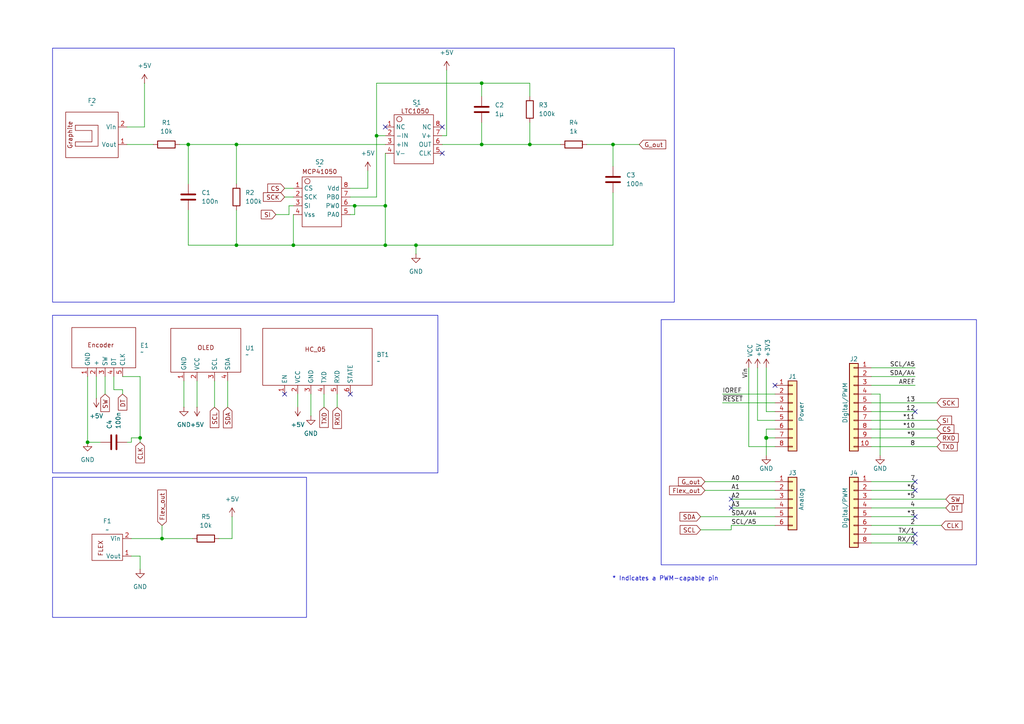
<source format=kicad_sch>
(kicad_sch
	(version 20231120)
	(generator "eeschema")
	(generator_version "8.0")
	(uuid "e63e39d7-6ac0-4ffd-8aa3-1841a4541b55")
	(paper "A4")
	(title_block
		(title "Projet capteur Aubry Bourdarie")
		(date "lun. 17/03/2025")
		(company "Génie Physique - INSA Toulouse")
	)
	(lib_symbols
		(symbol "+5V_1"
			(power)
			(pin_numbers hide)
			(pin_names
				(offset 0) hide)
			(exclude_from_sim no)
			(in_bom yes)
			(on_board yes)
			(property "Reference" "#PWR"
				(at 0 -3.81 0)
				(effects
					(font
						(size 1.27 1.27)
					)
					(hide yes)
				)
			)
			(property "Value" "+5V"
				(at 0 3.556 0)
				(effects
					(font
						(size 1.27 1.27)
					)
				)
			)
			(property "Footprint" ""
				(at 0 0 0)
				(effects
					(font
						(size 1.27 1.27)
					)
					(hide yes)
				)
			)
			(property "Datasheet" ""
				(at 0 0 0)
				(effects
					(font
						(size 1.27 1.27)
					)
					(hide yes)
				)
			)
			(property "Description" "Power symbol creates a global label with name \"+5V\""
				(at 0 0 0)
				(effects
					(font
						(size 1.27 1.27)
					)
					(hide yes)
				)
			)
			(property "ki_keywords" "global power"
				(at 0 0 0)
				(effects
					(font
						(size 1.27 1.27)
					)
					(hide yes)
				)
			)
			(symbol "+5V_1_0_1"
				(polyline
					(pts
						(xy -0.762 1.27) (xy 0 2.54)
					)
					(stroke
						(width 0)
						(type default)
					)
					(fill
						(type none)
					)
				)
				(polyline
					(pts
						(xy 0 0) (xy 0 2.54)
					)
					(stroke
						(width 0)
						(type default)
					)
					(fill
						(type none)
					)
				)
				(polyline
					(pts
						(xy 0 2.54) (xy 0.762 1.27)
					)
					(stroke
						(width 0)
						(type default)
					)
					(fill
						(type none)
					)
				)
			)
			(symbol "+5V_1_1_1"
				(pin power_in line
					(at 0 0 90)
					(length 0)
					(name "~"
						(effects
							(font
								(size 1.27 1.27)
							)
						)
					)
					(number "1"
						(effects
							(font
								(size 1.27 1.27)
							)
						)
					)
				)
			)
		)
		(symbol "+5V_2"
			(power)
			(pin_numbers hide)
			(pin_names
				(offset 0) hide)
			(exclude_from_sim no)
			(in_bom yes)
			(on_board yes)
			(property "Reference" "#PWR"
				(at 0 -3.81 0)
				(effects
					(font
						(size 1.27 1.27)
					)
					(hide yes)
				)
			)
			(property "Value" "+5V"
				(at 0 3.556 0)
				(effects
					(font
						(size 1.27 1.27)
					)
				)
			)
			(property "Footprint" ""
				(at 0 0 0)
				(effects
					(font
						(size 1.27 1.27)
					)
					(hide yes)
				)
			)
			(property "Datasheet" ""
				(at 0 0 0)
				(effects
					(font
						(size 1.27 1.27)
					)
					(hide yes)
				)
			)
			(property "Description" "Power symbol creates a global label with name \"+5V\""
				(at 0 0 0)
				(effects
					(font
						(size 1.27 1.27)
					)
					(hide yes)
				)
			)
			(property "ki_keywords" "global power"
				(at 0 0 0)
				(effects
					(font
						(size 1.27 1.27)
					)
					(hide yes)
				)
			)
			(symbol "+5V_2_0_1"
				(polyline
					(pts
						(xy -0.762 1.27) (xy 0 2.54)
					)
					(stroke
						(width 0)
						(type default)
					)
					(fill
						(type none)
					)
				)
				(polyline
					(pts
						(xy 0 0) (xy 0 2.54)
					)
					(stroke
						(width 0)
						(type default)
					)
					(fill
						(type none)
					)
				)
				(polyline
					(pts
						(xy 0 2.54) (xy 0.762 1.27)
					)
					(stroke
						(width 0)
						(type default)
					)
					(fill
						(type none)
					)
				)
			)
			(symbol "+5V_2_1_1"
				(pin power_in line
					(at 0 0 90)
					(length 0)
					(name "~"
						(effects
							(font
								(size 1.27 1.27)
							)
						)
					)
					(number "1"
						(effects
							(font
								(size 1.27 1.27)
							)
						)
					)
				)
			)
		)
		(symbol "Connector_Generic:Conn_01x06"
			(pin_names
				(offset 1.016) hide)
			(exclude_from_sim no)
			(in_bom yes)
			(on_board yes)
			(property "Reference" "J"
				(at 0 7.62 0)
				(effects
					(font
						(size 1.27 1.27)
					)
				)
			)
			(property "Value" "Conn_01x06"
				(at 0 -10.16 0)
				(effects
					(font
						(size 1.27 1.27)
					)
				)
			)
			(property "Footprint" ""
				(at 0 0 0)
				(effects
					(font
						(size 1.27 1.27)
					)
					(hide yes)
				)
			)
			(property "Datasheet" "~"
				(at 0 0 0)
				(effects
					(font
						(size 1.27 1.27)
					)
					(hide yes)
				)
			)
			(property "Description" "Generic connector, single row, 01x06, script generated (kicad-library-utils/schlib/autogen/connector/)"
				(at 0 0 0)
				(effects
					(font
						(size 1.27 1.27)
					)
					(hide yes)
				)
			)
			(property "ki_keywords" "connector"
				(at 0 0 0)
				(effects
					(font
						(size 1.27 1.27)
					)
					(hide yes)
				)
			)
			(property "ki_fp_filters" "Connector*:*_1x??_*"
				(at 0 0 0)
				(effects
					(font
						(size 1.27 1.27)
					)
					(hide yes)
				)
			)
			(symbol "Conn_01x06_1_1"
				(rectangle
					(start -1.27 -7.493)
					(end 0 -7.747)
					(stroke
						(width 0.1524)
						(type default)
					)
					(fill
						(type none)
					)
				)
				(rectangle
					(start -1.27 -4.953)
					(end 0 -5.207)
					(stroke
						(width 0.1524)
						(type default)
					)
					(fill
						(type none)
					)
				)
				(rectangle
					(start -1.27 -2.413)
					(end 0 -2.667)
					(stroke
						(width 0.1524)
						(type default)
					)
					(fill
						(type none)
					)
				)
				(rectangle
					(start -1.27 0.127)
					(end 0 -0.127)
					(stroke
						(width 0.1524)
						(type default)
					)
					(fill
						(type none)
					)
				)
				(rectangle
					(start -1.27 2.667)
					(end 0 2.413)
					(stroke
						(width 0.1524)
						(type default)
					)
					(fill
						(type none)
					)
				)
				(rectangle
					(start -1.27 5.207)
					(end 0 4.953)
					(stroke
						(width 0.1524)
						(type default)
					)
					(fill
						(type none)
					)
				)
				(rectangle
					(start -1.27 6.35)
					(end 1.27 -8.89)
					(stroke
						(width 0.254)
						(type default)
					)
					(fill
						(type background)
					)
				)
				(pin passive line
					(at -5.08 5.08 0)
					(length 3.81)
					(name "Pin_1"
						(effects
							(font
								(size 1.27 1.27)
							)
						)
					)
					(number "1"
						(effects
							(font
								(size 1.27 1.27)
							)
						)
					)
				)
				(pin passive line
					(at -5.08 2.54 0)
					(length 3.81)
					(name "Pin_2"
						(effects
							(font
								(size 1.27 1.27)
							)
						)
					)
					(number "2"
						(effects
							(font
								(size 1.27 1.27)
							)
						)
					)
				)
				(pin passive line
					(at -5.08 0 0)
					(length 3.81)
					(name "Pin_3"
						(effects
							(font
								(size 1.27 1.27)
							)
						)
					)
					(number "3"
						(effects
							(font
								(size 1.27 1.27)
							)
						)
					)
				)
				(pin passive line
					(at -5.08 -2.54 0)
					(length 3.81)
					(name "Pin_4"
						(effects
							(font
								(size 1.27 1.27)
							)
						)
					)
					(number "4"
						(effects
							(font
								(size 1.27 1.27)
							)
						)
					)
				)
				(pin passive line
					(at -5.08 -5.08 0)
					(length 3.81)
					(name "Pin_5"
						(effects
							(font
								(size 1.27 1.27)
							)
						)
					)
					(number "5"
						(effects
							(font
								(size 1.27 1.27)
							)
						)
					)
				)
				(pin passive line
					(at -5.08 -7.62 0)
					(length 3.81)
					(name "Pin_6"
						(effects
							(font
								(size 1.27 1.27)
							)
						)
					)
					(number "6"
						(effects
							(font
								(size 1.27 1.27)
							)
						)
					)
				)
			)
		)
		(symbol "Connector_Generic:Conn_01x08"
			(pin_names
				(offset 1.016) hide)
			(exclude_from_sim no)
			(in_bom yes)
			(on_board yes)
			(property "Reference" "J"
				(at 0 10.16 0)
				(effects
					(font
						(size 1.27 1.27)
					)
				)
			)
			(property "Value" "Conn_01x08"
				(at 0 -12.7 0)
				(effects
					(font
						(size 1.27 1.27)
					)
				)
			)
			(property "Footprint" ""
				(at 0 0 0)
				(effects
					(font
						(size 1.27 1.27)
					)
					(hide yes)
				)
			)
			(property "Datasheet" "~"
				(at 0 0 0)
				(effects
					(font
						(size 1.27 1.27)
					)
					(hide yes)
				)
			)
			(property "Description" "Generic connector, single row, 01x08, script generated (kicad-library-utils/schlib/autogen/connector/)"
				(at 0 0 0)
				(effects
					(font
						(size 1.27 1.27)
					)
					(hide yes)
				)
			)
			(property "ki_keywords" "connector"
				(at 0 0 0)
				(effects
					(font
						(size 1.27 1.27)
					)
					(hide yes)
				)
			)
			(property "ki_fp_filters" "Connector*:*_1x??_*"
				(at 0 0 0)
				(effects
					(font
						(size 1.27 1.27)
					)
					(hide yes)
				)
			)
			(symbol "Conn_01x08_1_1"
				(rectangle
					(start -1.27 -10.033)
					(end 0 -10.287)
					(stroke
						(width 0.1524)
						(type default)
					)
					(fill
						(type none)
					)
				)
				(rectangle
					(start -1.27 -7.493)
					(end 0 -7.747)
					(stroke
						(width 0.1524)
						(type default)
					)
					(fill
						(type none)
					)
				)
				(rectangle
					(start -1.27 -4.953)
					(end 0 -5.207)
					(stroke
						(width 0.1524)
						(type default)
					)
					(fill
						(type none)
					)
				)
				(rectangle
					(start -1.27 -2.413)
					(end 0 -2.667)
					(stroke
						(width 0.1524)
						(type default)
					)
					(fill
						(type none)
					)
				)
				(rectangle
					(start -1.27 0.127)
					(end 0 -0.127)
					(stroke
						(width 0.1524)
						(type default)
					)
					(fill
						(type none)
					)
				)
				(rectangle
					(start -1.27 2.667)
					(end 0 2.413)
					(stroke
						(width 0.1524)
						(type default)
					)
					(fill
						(type none)
					)
				)
				(rectangle
					(start -1.27 5.207)
					(end 0 4.953)
					(stroke
						(width 0.1524)
						(type default)
					)
					(fill
						(type none)
					)
				)
				(rectangle
					(start -1.27 7.747)
					(end 0 7.493)
					(stroke
						(width 0.1524)
						(type default)
					)
					(fill
						(type none)
					)
				)
				(rectangle
					(start -1.27 8.89)
					(end 1.27 -11.43)
					(stroke
						(width 0.254)
						(type default)
					)
					(fill
						(type background)
					)
				)
				(pin passive line
					(at -5.08 7.62 0)
					(length 3.81)
					(name "Pin_1"
						(effects
							(font
								(size 1.27 1.27)
							)
						)
					)
					(number "1"
						(effects
							(font
								(size 1.27 1.27)
							)
						)
					)
				)
				(pin passive line
					(at -5.08 5.08 0)
					(length 3.81)
					(name "Pin_2"
						(effects
							(font
								(size 1.27 1.27)
							)
						)
					)
					(number "2"
						(effects
							(font
								(size 1.27 1.27)
							)
						)
					)
				)
				(pin passive line
					(at -5.08 2.54 0)
					(length 3.81)
					(name "Pin_3"
						(effects
							(font
								(size 1.27 1.27)
							)
						)
					)
					(number "3"
						(effects
							(font
								(size 1.27 1.27)
							)
						)
					)
				)
				(pin passive line
					(at -5.08 0 0)
					(length 3.81)
					(name "Pin_4"
						(effects
							(font
								(size 1.27 1.27)
							)
						)
					)
					(number "4"
						(effects
							(font
								(size 1.27 1.27)
							)
						)
					)
				)
				(pin passive line
					(at -5.08 -2.54 0)
					(length 3.81)
					(name "Pin_5"
						(effects
							(font
								(size 1.27 1.27)
							)
						)
					)
					(number "5"
						(effects
							(font
								(size 1.27 1.27)
							)
						)
					)
				)
				(pin passive line
					(at -5.08 -5.08 0)
					(length 3.81)
					(name "Pin_6"
						(effects
							(font
								(size 1.27 1.27)
							)
						)
					)
					(number "6"
						(effects
							(font
								(size 1.27 1.27)
							)
						)
					)
				)
				(pin passive line
					(at -5.08 -7.62 0)
					(length 3.81)
					(name "Pin_7"
						(effects
							(font
								(size 1.27 1.27)
							)
						)
					)
					(number "7"
						(effects
							(font
								(size 1.27 1.27)
							)
						)
					)
				)
				(pin passive line
					(at -5.08 -10.16 0)
					(length 3.81)
					(name "Pin_8"
						(effects
							(font
								(size 1.27 1.27)
							)
						)
					)
					(number "8"
						(effects
							(font
								(size 1.27 1.27)
							)
						)
					)
				)
			)
		)
		(symbol "Connector_Generic:Conn_01x10"
			(pin_names
				(offset 1.016) hide)
			(exclude_from_sim no)
			(in_bom yes)
			(on_board yes)
			(property "Reference" "J"
				(at 0 12.7 0)
				(effects
					(font
						(size 1.27 1.27)
					)
				)
			)
			(property "Value" "Conn_01x10"
				(at 0 -15.24 0)
				(effects
					(font
						(size 1.27 1.27)
					)
				)
			)
			(property "Footprint" ""
				(at 0 0 0)
				(effects
					(font
						(size 1.27 1.27)
					)
					(hide yes)
				)
			)
			(property "Datasheet" "~"
				(at 0 0 0)
				(effects
					(font
						(size 1.27 1.27)
					)
					(hide yes)
				)
			)
			(property "Description" "Generic connector, single row, 01x10, script generated (kicad-library-utils/schlib/autogen/connector/)"
				(at 0 0 0)
				(effects
					(font
						(size 1.27 1.27)
					)
					(hide yes)
				)
			)
			(property "ki_keywords" "connector"
				(at 0 0 0)
				(effects
					(font
						(size 1.27 1.27)
					)
					(hide yes)
				)
			)
			(property "ki_fp_filters" "Connector*:*_1x??_*"
				(at 0 0 0)
				(effects
					(font
						(size 1.27 1.27)
					)
					(hide yes)
				)
			)
			(symbol "Conn_01x10_1_1"
				(rectangle
					(start -1.27 -12.573)
					(end 0 -12.827)
					(stroke
						(width 0.1524)
						(type default)
					)
					(fill
						(type none)
					)
				)
				(rectangle
					(start -1.27 -10.033)
					(end 0 -10.287)
					(stroke
						(width 0.1524)
						(type default)
					)
					(fill
						(type none)
					)
				)
				(rectangle
					(start -1.27 -7.493)
					(end 0 -7.747)
					(stroke
						(width 0.1524)
						(type default)
					)
					(fill
						(type none)
					)
				)
				(rectangle
					(start -1.27 -4.953)
					(end 0 -5.207)
					(stroke
						(width 0.1524)
						(type default)
					)
					(fill
						(type none)
					)
				)
				(rectangle
					(start -1.27 -2.413)
					(end 0 -2.667)
					(stroke
						(width 0.1524)
						(type default)
					)
					(fill
						(type none)
					)
				)
				(rectangle
					(start -1.27 0.127)
					(end 0 -0.127)
					(stroke
						(width 0.1524)
						(type default)
					)
					(fill
						(type none)
					)
				)
				(rectangle
					(start -1.27 2.667)
					(end 0 2.413)
					(stroke
						(width 0.1524)
						(type default)
					)
					(fill
						(type none)
					)
				)
				(rectangle
					(start -1.27 5.207)
					(end 0 4.953)
					(stroke
						(width 0.1524)
						(type default)
					)
					(fill
						(type none)
					)
				)
				(rectangle
					(start -1.27 7.747)
					(end 0 7.493)
					(stroke
						(width 0.1524)
						(type default)
					)
					(fill
						(type none)
					)
				)
				(rectangle
					(start -1.27 10.287)
					(end 0 10.033)
					(stroke
						(width 0.1524)
						(type default)
					)
					(fill
						(type none)
					)
				)
				(rectangle
					(start -1.27 11.43)
					(end 1.27 -13.97)
					(stroke
						(width 0.254)
						(type default)
					)
					(fill
						(type background)
					)
				)
				(pin passive line
					(at -5.08 10.16 0)
					(length 3.81)
					(name "Pin_1"
						(effects
							(font
								(size 1.27 1.27)
							)
						)
					)
					(number "1"
						(effects
							(font
								(size 1.27 1.27)
							)
						)
					)
				)
				(pin passive line
					(at -5.08 -12.7 0)
					(length 3.81)
					(name "Pin_10"
						(effects
							(font
								(size 1.27 1.27)
							)
						)
					)
					(number "10"
						(effects
							(font
								(size 1.27 1.27)
							)
						)
					)
				)
				(pin passive line
					(at -5.08 7.62 0)
					(length 3.81)
					(name "Pin_2"
						(effects
							(font
								(size 1.27 1.27)
							)
						)
					)
					(number "2"
						(effects
							(font
								(size 1.27 1.27)
							)
						)
					)
				)
				(pin passive line
					(at -5.08 5.08 0)
					(length 3.81)
					(name "Pin_3"
						(effects
							(font
								(size 1.27 1.27)
							)
						)
					)
					(number "3"
						(effects
							(font
								(size 1.27 1.27)
							)
						)
					)
				)
				(pin passive line
					(at -5.08 2.54 0)
					(length 3.81)
					(name "Pin_4"
						(effects
							(font
								(size 1.27 1.27)
							)
						)
					)
					(number "4"
						(effects
							(font
								(size 1.27 1.27)
							)
						)
					)
				)
				(pin passive line
					(at -5.08 0 0)
					(length 3.81)
					(name "Pin_5"
						(effects
							(font
								(size 1.27 1.27)
							)
						)
					)
					(number "5"
						(effects
							(font
								(size 1.27 1.27)
							)
						)
					)
				)
				(pin passive line
					(at -5.08 -2.54 0)
					(length 3.81)
					(name "Pin_6"
						(effects
							(font
								(size 1.27 1.27)
							)
						)
					)
					(number "6"
						(effects
							(font
								(size 1.27 1.27)
							)
						)
					)
				)
				(pin passive line
					(at -5.08 -5.08 0)
					(length 3.81)
					(name "Pin_7"
						(effects
							(font
								(size 1.27 1.27)
							)
						)
					)
					(number "7"
						(effects
							(font
								(size 1.27 1.27)
							)
						)
					)
				)
				(pin passive line
					(at -5.08 -7.62 0)
					(length 3.81)
					(name "Pin_8"
						(effects
							(font
								(size 1.27 1.27)
							)
						)
					)
					(number "8"
						(effects
							(font
								(size 1.27 1.27)
							)
						)
					)
				)
				(pin passive line
					(at -5.08 -10.16 0)
					(length 3.81)
					(name "Pin_9"
						(effects
							(font
								(size 1.27 1.27)
							)
						)
					)
					(number "9"
						(effects
							(font
								(size 1.27 1.27)
							)
						)
					)
				)
			)
		)
		(symbol "Device:C"
			(pin_numbers hide)
			(pin_names
				(offset 0.254)
			)
			(exclude_from_sim no)
			(in_bom yes)
			(on_board yes)
			(property "Reference" "C"
				(at 0.635 2.54 0)
				(effects
					(font
						(size 1.27 1.27)
					)
					(justify left)
				)
			)
			(property "Value" "C"
				(at 0.635 -2.54 0)
				(effects
					(font
						(size 1.27 1.27)
					)
					(justify left)
				)
			)
			(property "Footprint" ""
				(at 0.9652 -3.81 0)
				(effects
					(font
						(size 1.27 1.27)
					)
					(hide yes)
				)
			)
			(property "Datasheet" "~"
				(at 0 0 0)
				(effects
					(font
						(size 1.27 1.27)
					)
					(hide yes)
				)
			)
			(property "Description" "Unpolarized capacitor"
				(at 0 0 0)
				(effects
					(font
						(size 1.27 1.27)
					)
					(hide yes)
				)
			)
			(property "ki_keywords" "cap capacitor"
				(at 0 0 0)
				(effects
					(font
						(size 1.27 1.27)
					)
					(hide yes)
				)
			)
			(property "ki_fp_filters" "C_*"
				(at 0 0 0)
				(effects
					(font
						(size 1.27 1.27)
					)
					(hide yes)
				)
			)
			(symbol "C_0_1"
				(polyline
					(pts
						(xy -2.032 -0.762) (xy 2.032 -0.762)
					)
					(stroke
						(width 0.508)
						(type default)
					)
					(fill
						(type none)
					)
				)
				(polyline
					(pts
						(xy -2.032 0.762) (xy 2.032 0.762)
					)
					(stroke
						(width 0.508)
						(type default)
					)
					(fill
						(type none)
					)
				)
			)
			(symbol "C_1_1"
				(pin passive line
					(at 0 3.81 270)
					(length 2.794)
					(name "~"
						(effects
							(font
								(size 1.27 1.27)
							)
						)
					)
					(number "1"
						(effects
							(font
								(size 1.27 1.27)
							)
						)
					)
				)
				(pin passive line
					(at 0 -3.81 90)
					(length 2.794)
					(name "~"
						(effects
							(font
								(size 1.27 1.27)
							)
						)
					)
					(number "2"
						(effects
							(font
								(size 1.27 1.27)
							)
						)
					)
				)
			)
		)
		(symbol "Device:R"
			(pin_numbers hide)
			(pin_names
				(offset 0)
			)
			(exclude_from_sim no)
			(in_bom yes)
			(on_board yes)
			(property "Reference" "R"
				(at 2.032 0 90)
				(effects
					(font
						(size 1.27 1.27)
					)
				)
			)
			(property "Value" "R"
				(at 0 0 90)
				(effects
					(font
						(size 1.27 1.27)
					)
				)
			)
			(property "Footprint" ""
				(at -1.778 0 90)
				(effects
					(font
						(size 1.27 1.27)
					)
					(hide yes)
				)
			)
			(property "Datasheet" "~"
				(at 0 0 0)
				(effects
					(font
						(size 1.27 1.27)
					)
					(hide yes)
				)
			)
			(property "Description" "Resistor"
				(at 0 0 0)
				(effects
					(font
						(size 1.27 1.27)
					)
					(hide yes)
				)
			)
			(property "ki_keywords" "R res resistor"
				(at 0 0 0)
				(effects
					(font
						(size 1.27 1.27)
					)
					(hide yes)
				)
			)
			(property "ki_fp_filters" "R_*"
				(at 0 0 0)
				(effects
					(font
						(size 1.27 1.27)
					)
					(hide yes)
				)
			)
			(symbol "R_0_1"
				(rectangle
					(start -1.016 -2.54)
					(end 1.016 2.54)
					(stroke
						(width 0.254)
						(type default)
					)
					(fill
						(type none)
					)
				)
			)
			(symbol "R_1_1"
				(pin passive line
					(at 0 3.81 270)
					(length 1.27)
					(name "~"
						(effects
							(font
								(size 1.27 1.27)
							)
						)
					)
					(number "1"
						(effects
							(font
								(size 1.27 1.27)
							)
						)
					)
				)
				(pin passive line
					(at 0 -3.81 90)
					(length 1.27)
					(name "~"
						(effects
							(font
								(size 1.27 1.27)
							)
						)
					)
					(number "2"
						(effects
							(font
								(size 1.27 1.27)
							)
						)
					)
				)
			)
		)
		(symbol "Flex_sensor_1"
			(exclude_from_sim no)
			(in_bom yes)
			(on_board yes)
			(property "Reference" "F2"
				(at 8.128 9.398 0)
				(effects
					(font
						(size 1.27 1.27)
					)
					(justify left)
				)
			)
			(property "Value" "~"
				(at 5.08 5.715 0)
				(effects
					(font
						(size 1.27 1.27)
					)
					(justify left)
				)
			)
			(property "Footprint" ""
				(at 0 0 0)
				(effects
					(font
						(size 1.27 1.27)
					)
					(hide yes)
				)
			)
			(property "Datasheet" ""
				(at 0 0 0)
				(effects
					(font
						(size 1.27 1.27)
					)
					(hide yes)
				)
			)
			(property "Description" ""
				(at 0 0 0)
				(effects
					(font
						(size 1.27 1.27)
					)
					(hide yes)
				)
			)
			(symbol "Flex_sensor_1_0_1"
				(rectangle
					(start -6.35 17.78)
					(end 6.858 2.54)
					(stroke
						(width 0)
						(type default)
					)
					(fill
						(type none)
					)
				)
			)
			(symbol "Flex_sensor_1_1_1"
				(polyline
					(pts
						(xy -3.048 14.986) (xy -1.778 14.986) (xy -1.778 10.16) (xy 1.524 10.16) (xy 1.524 14.986) (xy 3.048 14.986)
						(xy 3.048 8.382) (xy -3.048 8.382) (xy -3.048 14.986) (xy -3.048 14.986)
					)
					(stroke
						(width 0)
						(type default)
					)
					(fill
						(type none)
					)
				)
				(text "Graphite"
					(at 0.254 16.51 0)
					(effects
						(font
							(size 1.27 1.27)
						)
					)
				)
				(pin input line
					(at -2.54 0 90)
					(length 2.54)
					(name "Vout"
						(effects
							(font
								(size 1.27 1.27)
							)
						)
					)
					(number "1"
						(effects
							(font
								(size 1.27 1.27)
							)
						)
					)
				)
				(pin input line
					(at 2.54 0 90)
					(length 2.54)
					(name "Vin"
						(effects
							(font
								(size 1.27 1.27)
							)
						)
					)
					(number "2"
						(effects
							(font
								(size 1.27 1.27)
							)
						)
					)
				)
			)
		)
		(symbol "GND_1"
			(power)
			(pin_numbers hide)
			(pin_names
				(offset 0) hide)
			(exclude_from_sim no)
			(in_bom yes)
			(on_board yes)
			(property "Reference" "#PWR"
				(at 0 -6.35 0)
				(effects
					(font
						(size 1.27 1.27)
					)
					(hide yes)
				)
			)
			(property "Value" "GND"
				(at 0 -3.81 0)
				(effects
					(font
						(size 1.27 1.27)
					)
				)
			)
			(property "Footprint" ""
				(at 0 0 0)
				(effects
					(font
						(size 1.27 1.27)
					)
					(hide yes)
				)
			)
			(property "Datasheet" ""
				(at 0 0 0)
				(effects
					(font
						(size 1.27 1.27)
					)
					(hide yes)
				)
			)
			(property "Description" "Power symbol creates a global label with name \"GND\" , ground"
				(at 0 0 0)
				(effects
					(font
						(size 1.27 1.27)
					)
					(hide yes)
				)
			)
			(property "ki_keywords" "global power"
				(at 0 0 0)
				(effects
					(font
						(size 1.27 1.27)
					)
					(hide yes)
				)
			)
			(symbol "GND_1_0_1"
				(polyline
					(pts
						(xy 0 0) (xy 0 -1.27) (xy 1.27 -1.27) (xy 0 -2.54) (xy -1.27 -1.27) (xy 0 -1.27)
					)
					(stroke
						(width 0)
						(type default)
					)
					(fill
						(type none)
					)
				)
			)
			(symbol "GND_1_1_1"
				(pin power_in line
					(at 0 0 270)
					(length 0)
					(name "~"
						(effects
							(font
								(size 1.27 1.27)
							)
						)
					)
					(number "1"
						(effects
							(font
								(size 1.27 1.27)
							)
						)
					)
				)
			)
		)
		(symbol "GND_2"
			(power)
			(pin_numbers hide)
			(pin_names
				(offset 0) hide)
			(exclude_from_sim no)
			(in_bom yes)
			(on_board yes)
			(property "Reference" "#PWR"
				(at 0 -6.35 0)
				(effects
					(font
						(size 1.27 1.27)
					)
					(hide yes)
				)
			)
			(property "Value" "GND"
				(at 0 -3.81 0)
				(effects
					(font
						(size 1.27 1.27)
					)
				)
			)
			(property "Footprint" ""
				(at 0 0 0)
				(effects
					(font
						(size 1.27 1.27)
					)
					(hide yes)
				)
			)
			(property "Datasheet" ""
				(at 0 0 0)
				(effects
					(font
						(size 1.27 1.27)
					)
					(hide yes)
				)
			)
			(property "Description" "Power symbol creates a global label with name \"GND\" , ground"
				(at 0 0 0)
				(effects
					(font
						(size 1.27 1.27)
					)
					(hide yes)
				)
			)
			(property "ki_keywords" "global power"
				(at 0 0 0)
				(effects
					(font
						(size 1.27 1.27)
					)
					(hide yes)
				)
			)
			(symbol "GND_2_0_1"
				(polyline
					(pts
						(xy 0 0) (xy 0 -1.27) (xy 1.27 -1.27) (xy 0 -2.54) (xy -1.27 -1.27) (xy 0 -1.27)
					)
					(stroke
						(width 0)
						(type default)
					)
					(fill
						(type none)
					)
				)
			)
			(symbol "GND_2_1_1"
				(pin power_in line
					(at 0 0 270)
					(length 0)
					(name "~"
						(effects
							(font
								(size 1.27 1.27)
							)
						)
					)
					(number "1"
						(effects
							(font
								(size 1.27 1.27)
							)
						)
					)
				)
			)
		)
		(symbol "Lib_graphite:ENCODER"
			(exclude_from_sim no)
			(in_bom yes)
			(on_board yes)
			(property "Reference" "E1"
				(at 12.954 8.128 0)
				(effects
					(font
						(size 1.27 1.27)
					)
				)
			)
			(property "Value" ""
				(at 0 0 0)
				(effects
					(font
						(size 1.27 1.27)
					)
				)
			)
			(property "Footprint" ""
				(at 0 0 0)
				(effects
					(font
						(size 1.27 1.27)
					)
					(hide yes)
				)
			)
			(property "Datasheet" ""
				(at 0 0 0)
				(effects
					(font
						(size 1.27 1.27)
					)
					(hide yes)
				)
			)
			(property "Description" ""
				(at 0 0 0)
				(effects
					(font
						(size 1.27 1.27)
					)
					(hide yes)
				)
			)
			(symbol "ENCODER_0_1"
				(rectangle
					(start -8.382 14.224)
					(end 10.16 2.54)
					(stroke
						(width 0)
						(type default)
					)
					(fill
						(type none)
					)
				)
			)
			(symbol "ENCODER_1_0"
				(pin output line
					(at 3.81 0 90)
					(length 2.54)
					(name "DT"
						(effects
							(font
								(size 1.27 1.27)
							)
						)
					)
					(number "4"
						(effects
							(font
								(size 1.27 1.27)
							)
						)
					)
				)
			)
			(symbol "ENCODER_1_1"
				(text "Encoder"
					(at 0 9.144 0)
					(effects
						(font
							(size 1.27 1.27)
						)
					)
				)
				(pin input line
					(at -3.81 0 90)
					(length 2.54)
					(name "GND"
						(effects
							(font
								(size 1.27 1.27)
							)
						)
					)
					(number "1"
						(effects
							(font
								(size 1.27 1.27)
							)
						)
					)
				)
				(pin input line
					(at -1.27 0 90)
					(length 2.54)
					(name "+"
						(effects
							(font
								(size 1.27 1.27)
							)
						)
					)
					(number "2"
						(effects
							(font
								(size 1.27 1.27)
							)
						)
					)
				)
				(pin output line
					(at 1.27 0 90)
					(length 2.54)
					(name "SW"
						(effects
							(font
								(size 1.27 1.27)
							)
						)
					)
					(number "3"
						(effects
							(font
								(size 1.27 1.27)
							)
						)
					)
				)
				(pin input line
					(at 6.35 0 90)
					(length 2.54)
					(name "CLK"
						(effects
							(font
								(size 1.27 1.27)
							)
						)
					)
					(number "5"
						(effects
							(font
								(size 1.27 1.27)
							)
						)
					)
				)
			)
		)
		(symbol "Lib_graphite:Flex_sensor"
			(exclude_from_sim no)
			(in_bom yes)
			(on_board yes)
			(property "Reference" "F1"
				(at 0 0 0)
				(effects
					(font
						(size 1.27 1.27)
					)
				)
			)
			(property "Value" ""
				(at 0 0 0)
				(effects
					(font
						(size 1.27 1.27)
					)
				)
			)
			(property "Footprint" ""
				(at 0 0 0)
				(effects
					(font
						(size 1.27 1.27)
					)
					(hide yes)
				)
			)
			(property "Datasheet" ""
				(at 0 0 0)
				(effects
					(font
						(size 1.27 1.27)
					)
					(hide yes)
				)
			)
			(property "Description" ""
				(at 0 0 0)
				(effects
					(font
						(size 1.27 1.27)
					)
					(hide yes)
				)
			)
			(symbol "Flex_sensor_0_1"
				(rectangle
					(start -3.81 11.43)
					(end 3.81 2.54)
					(stroke
						(width 0)
						(type default)
					)
					(fill
						(type none)
					)
				)
			)
			(symbol "Flex_sensor_1_1"
				(text "FLEX"
					(at -0.254 8.89 0)
					(effects
						(font
							(size 1.27 1.27)
						)
					)
				)
				(pin input line
					(at -2.54 0 90)
					(length 2.54)
					(name "Vout"
						(effects
							(font
								(size 1.27 1.27)
							)
						)
					)
					(number "1"
						(effects
							(font
								(size 1.27 1.27)
							)
						)
					)
				)
				(pin input line
					(at 2.54 0 90)
					(length 2.54)
					(name "Vin"
						(effects
							(font
								(size 1.27 1.27)
							)
						)
					)
					(number "2"
						(effects
							(font
								(size 1.27 1.27)
							)
						)
					)
				)
			)
		)
		(symbol "Lib_graphite:HC-05"
			(exclude_from_sim no)
			(in_bom yes)
			(on_board yes)
			(property "Reference" "BT"
				(at 0 9.906 0)
				(effects
					(font
						(size 1.27 1.27)
					)
				)
			)
			(property "Value" ""
				(at -5.08 0 0)
				(effects
					(font
						(size 1.27 1.27)
					)
				)
			)
			(property "Footprint" ""
				(at -5.08 0 0)
				(effects
					(font
						(size 1.27 1.27)
					)
					(hide yes)
				)
			)
			(property "Datasheet" ""
				(at -5.08 0 0)
				(effects
					(font
						(size 1.27 1.27)
					)
					(hide yes)
				)
			)
			(property "Description" ""
				(at -5.08 0 0)
				(effects
					(font
						(size 1.27 1.27)
					)
					(hide yes)
				)
			)
			(symbol "HC-05_0_1"
				(rectangle
					(start -15.24 19.05)
					(end 16.51 2.54)
					(stroke
						(width 0)
						(type default)
					)
					(fill
						(type none)
					)
				)
			)
			(symbol "HC-05_1_1"
				(text "HC_05\n"
					(at 0 12.954 0)
					(effects
						(font
							(size 1.27 1.27)
						)
					)
				)
				(pin input line
					(at -8.89 0 90)
					(length 2.54)
					(name "EN"
						(effects
							(font
								(size 1.27 1.27)
							)
						)
					)
					(number "1"
						(effects
							(font
								(size 1.27 1.27)
							)
						)
					)
				)
				(pin input line
					(at -5.08 0 90)
					(length 2.54)
					(name "VCC"
						(effects
							(font
								(size 1.27 1.27)
							)
						)
					)
					(number "2"
						(effects
							(font
								(size 1.27 1.27)
							)
						)
					)
				)
				(pin input line
					(at -1.27 0 90)
					(length 2.54)
					(name "GND"
						(effects
							(font
								(size 1.27 1.27)
							)
						)
					)
					(number "3"
						(effects
							(font
								(size 1.27 1.27)
							)
						)
					)
				)
				(pin output line
					(at 2.54 0 90)
					(length 2.54)
					(name "TXD"
						(effects
							(font
								(size 1.27 1.27)
							)
						)
					)
					(number "4"
						(effects
							(font
								(size 1.27 1.27)
							)
						)
					)
				)
				(pin input line
					(at 6.35 0 90)
					(length 2.54)
					(name "RXD"
						(effects
							(font
								(size 1.27 1.27)
							)
						)
					)
					(number "5"
						(effects
							(font
								(size 1.27 1.27)
							)
						)
					)
				)
				(pin output line
					(at 10.16 0 90)
					(length 2.54)
					(name "STATE"
						(effects
							(font
								(size 1.27 1.27)
							)
						)
					)
					(number "6"
						(effects
							(font
								(size 1.27 1.27)
							)
						)
					)
				)
			)
		)
		(symbol "Lib_graphite:OLED"
			(exclude_from_sim no)
			(in_bom yes)
			(on_board yes)
			(property "Reference" "U"
				(at 0 0 0)
				(effects
					(font
						(size 1.27 1.27)
					)
				)
			)
			(property "Value" ""
				(at 0 0 0)
				(effects
					(font
						(size 1.27 1.27)
					)
				)
			)
			(property "Footprint" ""
				(at 0 0 0)
				(effects
					(font
						(size 1.27 1.27)
					)
					(hide yes)
				)
			)
			(property "Datasheet" ""
				(at 0 0 0)
				(effects
					(font
						(size 1.27 1.27)
					)
					(hide yes)
				)
			)
			(property "Description" ""
				(at 0 0 0)
				(effects
					(font
						(size 1.27 1.27)
					)
					(hide yes)
				)
			)
			(symbol "OLED_0_1"
				(rectangle
					(start -10.16 15.24)
					(end 10.16 2.54)
					(stroke
						(width 0)
						(type default)
					)
					(fill
						(type none)
					)
				)
			)
			(symbol "OLED_1_1"
				(text "OLED"
					(at 0 9.652 0)
					(effects
						(font
							(size 1.27 1.27)
						)
					)
				)
				(pin input line
					(at -6.35 0 90)
					(length 2.54)
					(name "GND"
						(effects
							(font
								(size 1.27 1.27)
							)
						)
					)
					(number "1"
						(effects
							(font
								(size 1.27 1.27)
							)
						)
					)
				)
				(pin input line
					(at -2.54 0 90)
					(length 2.54)
					(name "VCC"
						(effects
							(font
								(size 1.27 1.27)
							)
						)
					)
					(number "2"
						(effects
							(font
								(size 1.27 1.27)
							)
						)
					)
				)
				(pin input line
					(at 2.54 0 90)
					(length 2.54)
					(name "SCL"
						(effects
							(font
								(size 1.27 1.27)
							)
						)
					)
					(number "3"
						(effects
							(font
								(size 1.27 1.27)
							)
						)
					)
				)
				(pin input line
					(at 6.35 0 90)
					(length 2.54)
					(name "SDA"
						(effects
							(font
								(size 1.27 1.27)
							)
						)
					)
					(number "4"
						(effects
							(font
								(size 1.27 1.27)
							)
						)
					)
				)
			)
		)
		(symbol "Lib_graphite:Support_ampli"
			(exclude_from_sim no)
			(in_bom yes)
			(on_board yes)
			(property "Reference" "S2"
				(at -2.54 12.7 0)
				(effects
					(font
						(size 1.27 1.27)
					)
				)
			)
			(property "Value" "~"
				(at -2.54 11.43 0)
				(effects
					(font
						(size 1.27 1.27)
					)
				)
			)
			(property "Footprint" "Library_empreinte:Support_ampli"
				(at 0 -7.874 0)
				(effects
					(font
						(size 1.27 1.27)
					)
					(hide yes)
				)
			)
			(property "Datasheet" ""
				(at 0 0 0)
				(effects
					(font
						(size 1.27 1.27)
					)
					(hide yes)
				)
			)
			(property "Description" ""
				(at 0 0 0)
				(effects
					(font
						(size 1.27 1.27)
					)
					(hide yes)
				)
			)
			(symbol "Support_ampli_0_1"
				(rectangle
					(start -7.62 8.382)
					(end 3.81 -6.096)
					(stroke
						(width 0)
						(type default)
					)
					(fill
						(type none)
					)
				)
				(circle
					(center -6.096 7.112)
					(radius 0.762)
					(stroke
						(width 0)
						(type default)
					)
					(fill
						(type none)
					)
				)
			)
			(symbol "Support_ampli_1_1"
				(text "MCP41050"
					(at -2.54 9.906 0)
					(effects
						(font
							(size 1.27 1.27)
						)
					)
				)
				(pin input line
					(at -10.16 5.08 0)
					(length 2.54)
					(name "CS"
						(effects
							(font
								(size 1.27 1.27)
							)
						)
					)
					(number "1"
						(effects
							(font
								(size 1.27 1.27)
							)
						)
					)
				)
				(pin input line
					(at -10.16 2.54 0)
					(length 2.54)
					(name "SCK"
						(effects
							(font
								(size 1.27 1.27)
							)
						)
					)
					(number "2"
						(effects
							(font
								(size 1.27 1.27)
							)
						)
					)
				)
				(pin input line
					(at -10.16 0 0)
					(length 2.54)
					(name "SI"
						(effects
							(font
								(size 1.27 1.27)
							)
						)
					)
					(number "3"
						(effects
							(font
								(size 1.27 1.27)
							)
						)
					)
				)
				(pin input line
					(at -10.16 -2.54 0)
					(length 2.54)
					(name "Vss"
						(effects
							(font
								(size 1.27 1.27)
							)
						)
					)
					(number "4"
						(effects
							(font
								(size 1.27 1.27)
							)
						)
					)
				)
				(pin input line
					(at 6.35 -2.54 180)
					(length 2.54)
					(name "PA0"
						(effects
							(font
								(size 1.27 1.27)
							)
						)
					)
					(number "5"
						(effects
							(font
								(size 1.27 1.27)
							)
						)
					)
				)
				(pin input line
					(at 6.35 0 180)
					(length 2.54)
					(name "PW0"
						(effects
							(font
								(size 1.27 1.27)
							)
						)
					)
					(number "6"
						(effects
							(font
								(size 1.27 1.27)
							)
						)
					)
				)
				(pin input line
					(at 6.35 2.54 180)
					(length 2.54)
					(name "PB0"
						(effects
							(font
								(size 1.27 1.27)
							)
						)
					)
					(number "7"
						(effects
							(font
								(size 1.27 1.27)
							)
						)
					)
				)
				(pin input line
					(at 6.35 5.08 180)
					(length 2.54)
					(name "Vdd"
						(effects
							(font
								(size 1.27 1.27)
							)
						)
					)
					(number "8"
						(effects
							(font
								(size 1.27 1.27)
							)
						)
					)
				)
			)
		)
		(symbol "Support_ampli_1"
			(exclude_from_sim no)
			(in_bom yes)
			(on_board yes)
			(property "Reference" "S1"
				(at -2.286 12.192 0)
				(effects
					(font
						(size 1.27 1.27)
					)
				)
			)
			(property "Value" "~"
				(at -2.286 11.176 0)
				(effects
					(font
						(size 1.27 1.27)
					)
				)
			)
			(property "Footprint" "Library_empreinte:Support_ampli"
				(at -1.27 -8.128 0)
				(effects
					(font
						(size 1.27 1.27)
					)
					(hide yes)
				)
			)
			(property "Datasheet" ""
				(at 0 0 0)
				(effects
					(font
						(size 1.27 1.27)
					)
					(hide yes)
				)
			)
			(property "Description" ""
				(at 0 0 0)
				(effects
					(font
						(size 1.27 1.27)
					)
					(hide yes)
				)
			)
			(symbol "Support_ampli_1_0_1"
				(rectangle
					(start -8.89 8.636)
					(end 2.54 -5.588)
					(stroke
						(width 0)
						(type default)
					)
					(fill
						(type none)
					)
				)
				(circle
					(center -7.366 7.366)
					(radius 0.762)
					(stroke
						(width 0)
						(type default)
					)
					(fill
						(type none)
					)
				)
			)
			(symbol "Support_ampli_1_1_1"
				(text "LTC1050"
					(at -2.794 9.652 0)
					(effects
						(font
							(size 1.27 1.27)
						)
					)
				)
				(pin input line
					(at -11.43 5.08 0)
					(length 2.54)
					(name "NC"
						(effects
							(font
								(size 1.27 1.27)
							)
						)
					)
					(number "1"
						(effects
							(font
								(size 1.27 1.27)
							)
						)
					)
				)
				(pin input line
					(at -11.43 2.54 0)
					(length 2.54)
					(name "-IN"
						(effects
							(font
								(size 1.27 1.27)
							)
						)
					)
					(number "2"
						(effects
							(font
								(size 1.27 1.27)
							)
						)
					)
				)
				(pin input line
					(at -11.43 0 0)
					(length 2.54)
					(name "+IN"
						(effects
							(font
								(size 1.27 1.27)
							)
						)
					)
					(number "3"
						(effects
							(font
								(size 1.27 1.27)
							)
						)
					)
				)
				(pin input line
					(at -11.43 -2.54 0)
					(length 2.54)
					(name "V-"
						(effects
							(font
								(size 1.27 1.27)
							)
						)
					)
					(number "4"
						(effects
							(font
								(size 1.27 1.27)
							)
						)
					)
				)
				(pin input line
					(at 5.08 -2.54 180)
					(length 2.54)
					(name "CLK"
						(effects
							(font
								(size 1.27 1.27)
							)
						)
					)
					(number "5"
						(effects
							(font
								(size 1.27 1.27)
							)
						)
					)
				)
				(pin output line
					(at 5.08 0 180)
					(length 2.54)
					(name "OUT"
						(effects
							(font
								(size 1.27 1.27)
							)
						)
					)
					(number "6"
						(effects
							(font
								(size 1.27 1.27)
							)
						)
					)
				)
				(pin input line
					(at 5.08 2.54 180)
					(length 2.54)
					(name "V+"
						(effects
							(font
								(size 1.27 1.27)
							)
						)
					)
					(number "7"
						(effects
							(font
								(size 1.27 1.27)
							)
						)
					)
				)
				(pin input line
					(at 5.08 5.08 180)
					(length 2.54)
					(name "NC"
						(effects
							(font
								(size 1.27 1.27)
							)
						)
					)
					(number "8"
						(effects
							(font
								(size 1.27 1.27)
							)
						)
					)
				)
			)
		)
		(symbol "power:+3V3"
			(power)
			(pin_names
				(offset 0)
			)
			(exclude_from_sim no)
			(in_bom yes)
			(on_board yes)
			(property "Reference" "#PWR"
				(at 0 -3.81 0)
				(effects
					(font
						(size 1.27 1.27)
					)
					(hide yes)
				)
			)
			(property "Value" "+3V3"
				(at 0 3.556 0)
				(effects
					(font
						(size 1.27 1.27)
					)
				)
			)
			(property "Footprint" ""
				(at 0 0 0)
				(effects
					(font
						(size 1.27 1.27)
					)
					(hide yes)
				)
			)
			(property "Datasheet" ""
				(at 0 0 0)
				(effects
					(font
						(size 1.27 1.27)
					)
					(hide yes)
				)
			)
			(property "Description" "Power symbol creates a global label with name \"+3V3\""
				(at 0 0 0)
				(effects
					(font
						(size 1.27 1.27)
					)
					(hide yes)
				)
			)
			(property "ki_keywords" "power-flag"
				(at 0 0 0)
				(effects
					(font
						(size 1.27 1.27)
					)
					(hide yes)
				)
			)
			(symbol "+3V3_0_1"
				(polyline
					(pts
						(xy -0.762 1.27) (xy 0 2.54)
					)
					(stroke
						(width 0)
						(type default)
					)
					(fill
						(type none)
					)
				)
				(polyline
					(pts
						(xy 0 0) (xy 0 2.54)
					)
					(stroke
						(width 0)
						(type default)
					)
					(fill
						(type none)
					)
				)
				(polyline
					(pts
						(xy 0 2.54) (xy 0.762 1.27)
					)
					(stroke
						(width 0)
						(type default)
					)
					(fill
						(type none)
					)
				)
			)
			(symbol "+3V3_1_1"
				(pin power_in line
					(at 0 0 90)
					(length 0) hide
					(name "+3V3"
						(effects
							(font
								(size 1.27 1.27)
							)
						)
					)
					(number "1"
						(effects
							(font
								(size 1.27 1.27)
							)
						)
					)
				)
			)
		)
		(symbol "power:+5V"
			(power)
			(pin_names
				(offset 0)
			)
			(exclude_from_sim no)
			(in_bom yes)
			(on_board yes)
			(property "Reference" "#PWR"
				(at 0 -3.81 0)
				(effects
					(font
						(size 1.27 1.27)
					)
					(hide yes)
				)
			)
			(property "Value" "+5V"
				(at 0 3.556 0)
				(effects
					(font
						(size 1.27 1.27)
					)
				)
			)
			(property "Footprint" ""
				(at 0 0 0)
				(effects
					(font
						(size 1.27 1.27)
					)
					(hide yes)
				)
			)
			(property "Datasheet" ""
				(at 0 0 0)
				(effects
					(font
						(size 1.27 1.27)
					)
					(hide yes)
				)
			)
			(property "Description" "Power symbol creates a global label with name \"+5V\""
				(at 0 0 0)
				(effects
					(font
						(size 1.27 1.27)
					)
					(hide yes)
				)
			)
			(property "ki_keywords" "power-flag"
				(at 0 0 0)
				(effects
					(font
						(size 1.27 1.27)
					)
					(hide yes)
				)
			)
			(symbol "+5V_0_1"
				(polyline
					(pts
						(xy -0.762 1.27) (xy 0 2.54)
					)
					(stroke
						(width 0)
						(type default)
					)
					(fill
						(type none)
					)
				)
				(polyline
					(pts
						(xy 0 0) (xy 0 2.54)
					)
					(stroke
						(width 0)
						(type default)
					)
					(fill
						(type none)
					)
				)
				(polyline
					(pts
						(xy 0 2.54) (xy 0.762 1.27)
					)
					(stroke
						(width 0)
						(type default)
					)
					(fill
						(type none)
					)
				)
			)
			(symbol "+5V_1_1"
				(pin power_in line
					(at 0 0 90)
					(length 0) hide
					(name "+5V"
						(effects
							(font
								(size 1.27 1.27)
							)
						)
					)
					(number "1"
						(effects
							(font
								(size 1.27 1.27)
							)
						)
					)
				)
			)
		)
		(symbol "power:GND"
			(power)
			(pin_names
				(offset 0)
			)
			(exclude_from_sim no)
			(in_bom yes)
			(on_board yes)
			(property "Reference" "#PWR"
				(at 0 -6.35 0)
				(effects
					(font
						(size 1.27 1.27)
					)
					(hide yes)
				)
			)
			(property "Value" "GND"
				(at 0 -3.81 0)
				(effects
					(font
						(size 1.27 1.27)
					)
				)
			)
			(property "Footprint" ""
				(at 0 0 0)
				(effects
					(font
						(size 1.27 1.27)
					)
					(hide yes)
				)
			)
			(property "Datasheet" ""
				(at 0 0 0)
				(effects
					(font
						(size 1.27 1.27)
					)
					(hide yes)
				)
			)
			(property "Description" "Power symbol creates a global label with name \"GND\" , ground"
				(at 0 0 0)
				(effects
					(font
						(size 1.27 1.27)
					)
					(hide yes)
				)
			)
			(property "ki_keywords" "power-flag"
				(at 0 0 0)
				(effects
					(font
						(size 1.27 1.27)
					)
					(hide yes)
				)
			)
			(symbol "GND_0_1"
				(polyline
					(pts
						(xy 0 0) (xy 0 -1.27) (xy 1.27 -1.27) (xy 0 -2.54) (xy -1.27 -1.27) (xy 0 -1.27)
					)
					(stroke
						(width 0)
						(type default)
					)
					(fill
						(type none)
					)
				)
			)
			(symbol "GND_1_1"
				(pin power_in line
					(at 0 0 270)
					(length 0) hide
					(name "GND"
						(effects
							(font
								(size 1.27 1.27)
							)
						)
					)
					(number "1"
						(effects
							(font
								(size 1.27 1.27)
							)
						)
					)
				)
			)
		)
		(symbol "power:VCC"
			(power)
			(pin_names
				(offset 0)
			)
			(exclude_from_sim no)
			(in_bom yes)
			(on_board yes)
			(property "Reference" "#PWR"
				(at 0 -3.81 0)
				(effects
					(font
						(size 1.27 1.27)
					)
					(hide yes)
				)
			)
			(property "Value" "VCC"
				(at 0 3.81 0)
				(effects
					(font
						(size 1.27 1.27)
					)
				)
			)
			(property "Footprint" ""
				(at 0 0 0)
				(effects
					(font
						(size 1.27 1.27)
					)
					(hide yes)
				)
			)
			(property "Datasheet" ""
				(at 0 0 0)
				(effects
					(font
						(size 1.27 1.27)
					)
					(hide yes)
				)
			)
			(property "Description" "Power symbol creates a global label with name \"VCC\""
				(at 0 0 0)
				(effects
					(font
						(size 1.27 1.27)
					)
					(hide yes)
				)
			)
			(property "ki_keywords" "power-flag"
				(at 0 0 0)
				(effects
					(font
						(size 1.27 1.27)
					)
					(hide yes)
				)
			)
			(symbol "VCC_0_1"
				(polyline
					(pts
						(xy -0.762 1.27) (xy 0 2.54)
					)
					(stroke
						(width 0)
						(type default)
					)
					(fill
						(type none)
					)
				)
				(polyline
					(pts
						(xy 0 0) (xy 0 2.54)
					)
					(stroke
						(width 0)
						(type default)
					)
					(fill
						(type none)
					)
				)
				(polyline
					(pts
						(xy 0 2.54) (xy 0.762 1.27)
					)
					(stroke
						(width 0)
						(type default)
					)
					(fill
						(type none)
					)
				)
			)
			(symbol "VCC_1_1"
				(pin power_in line
					(at 0 0 90)
					(length 0) hide
					(name "VCC"
						(effects
							(font
								(size 1.27 1.27)
							)
						)
					)
					(number "1"
						(effects
							(font
								(size 1.27 1.27)
							)
						)
					)
				)
			)
		)
	)
	(junction
		(at 139.7 41.91)
		(diameter 0)
		(color 0 0 0 0)
		(uuid "02da7d75-0ed9-46a6-bf79-6f5d4ac736e4")
	)
	(junction
		(at 177.8 41.91)
		(diameter 0)
		(color 0 0 0 0)
		(uuid "347406ba-3631-477e-b222-cea518aa6045")
	)
	(junction
		(at 25.4 128.27)
		(diameter 0)
		(color 0 0 0 0)
		(uuid "38828545-cc54-4f34-b7bf-b5f1ac391eb3")
	)
	(junction
		(at 222.25 127)
		(diameter 1.016)
		(color 0 0 0 0)
		(uuid "3dcc657b-55a1-48e0-9667-e01e7b6b08b5")
	)
	(junction
		(at 102.87 59.69)
		(diameter 0)
		(color 0 0 0 0)
		(uuid "512cd324-29bf-4ed5-b877-182ba4345ce1")
	)
	(junction
		(at 46.99 156.21)
		(diameter 0)
		(color 0 0 0 0)
		(uuid "69fc8bb3-cf74-442b-952f-521c8771b53e")
	)
	(junction
		(at 109.22 39.37)
		(diameter 0)
		(color 0 0 0 0)
		(uuid "703466ef-f0a2-4e08-94e0-70df127ac20d")
	)
	(junction
		(at 139.7 24.13)
		(diameter 0)
		(color 0 0 0 0)
		(uuid "830b3998-0f4c-4e2b-ad84-b4ba85912cb7")
	)
	(junction
		(at 111.76 71.12)
		(diameter 0)
		(color 0 0 0 0)
		(uuid "9e7fe0d0-5253-4e9b-80b2-adf4131b0e77")
	)
	(junction
		(at 153.67 41.91)
		(diameter 0)
		(color 0 0 0 0)
		(uuid "a86e00ce-4650-4339-b85c-dc3f937c90e1")
	)
	(junction
		(at 68.58 71.12)
		(diameter 0)
		(color 0 0 0 0)
		(uuid "afdab5d1-31be-4fdb-9859-ffe7eb92636d")
	)
	(junction
		(at 120.65 71.12)
		(diameter 0)
		(color 0 0 0 0)
		(uuid "b1089242-64ae-4499-a19c-25676142ba4b")
	)
	(junction
		(at 40.64 127)
		(diameter 0)
		(color 0 0 0 0)
		(uuid "c1f5f335-d14b-4b9f-a08b-1bf06f8d930b")
	)
	(junction
		(at 68.58 41.91)
		(diameter 0)
		(color 0 0 0 0)
		(uuid "c5a543d5-3f8f-481c-9e71-b676b5d36c08")
	)
	(junction
		(at 111.76 59.69)
		(diameter 0)
		(color 0 0 0 0)
		(uuid "d3dce3db-280b-41a8-a4fb-d950d393e8c3")
	)
	(junction
		(at 54.61 41.91)
		(diameter 0)
		(color 0 0 0 0)
		(uuid "dc8be508-aacb-4424-850e-a147299a6b64")
	)
	(junction
		(at 85.09 71.12)
		(diameter 0)
		(color 0 0 0 0)
		(uuid "df717049-800a-4bc7-aa51-48c20debd89d")
	)
	(no_connect
		(at 265.43 154.94)
		(uuid "03371a7c-4f6d-449a-b7f0-af9e369ce53b")
	)
	(no_connect
		(at 265.43 139.7)
		(uuid "0cfeda77-5991-4afa-bd28-8dcd395e2fb6")
	)
	(no_connect
		(at 265.43 157.48)
		(uuid "12fac50c-2826-49b8-803c-5190c892d18e")
	)
	(no_connect
		(at 265.43 149.86)
		(uuid "5bae6132-7cc0-43c0-be23-064aaf350de0")
	)
	(no_connect
		(at 265.43 142.24)
		(uuid "6d9067db-f778-4f4e-a554-07d96095221e")
	)
	(no_connect
		(at 212.09 144.78)
		(uuid "6ef5c04a-dd14-45dd-a4bc-2fc474ada339")
	)
	(no_connect
		(at 212.09 147.32)
		(uuid "913ce9ca-db41-4318-90e2-3e059a6264b5")
	)
	(no_connect
		(at 111.76 36.83)
		(uuid "a195fc89-8beb-47ae-8271-b62892bf9981")
	)
	(no_connect
		(at 82.55 114.3)
		(uuid "a6f5551f-1028-438e-81f0-ab9f4b093154")
	)
	(no_connect
		(at 101.6 114.3)
		(uuid "c582bc74-1c69-4551-8963-54a7a51b6759")
	)
	(no_connect
		(at 128.27 44.45)
		(uuid "cee7a76f-8173-4ab2-a474-00692b7ca29d")
	)
	(no_connect
		(at 128.27 36.83)
		(uuid "cf0c0cca-ee6c-4f4c-b4cd-6e83a39a528f")
	)
	(no_connect
		(at 224.79 111.76)
		(uuid "d181157c-7812-47e5-a0cf-9580c905fc86")
	)
	(no_connect
		(at 265.43 119.38)
		(uuid "dc8d29c6-9a70-4025-aa1d-e8ab4d429f54")
	)
	(wire
		(pts
			(xy 252.73 157.48) (xy 265.43 157.48)
		)
		(stroke
			(width 0)
			(type solid)
		)
		(uuid "010ba307-2067-49d3-b0fa-6414143f3fc2")
	)
	(wire
		(pts
			(xy 252.73 147.32) (xy 274.32 147.32)
		)
		(stroke
			(width 0)
			(type solid)
		)
		(uuid "03487dfc-da73-480d-98b9-7a3bced08596")
	)
	(wire
		(pts
			(xy 203.2 149.86) (xy 224.79 149.86)
		)
		(stroke
			(width 0)
			(type default)
		)
		(uuid "0604f29f-da43-4e0c-994f-b782fe324834")
	)
	(wire
		(pts
			(xy 106.68 49.53) (xy 106.68 54.61)
		)
		(stroke
			(width 0)
			(type default)
		)
		(uuid "073b8123-031b-4ea4-b9fa-0c208b661c92")
	)
	(wire
		(pts
			(xy 204.47 142.24) (xy 224.79 142.24)
		)
		(stroke
			(width 0)
			(type default)
		)
		(uuid "074e25a2-37a1-46dc-b8f9-b36f1fe37a8e")
	)
	(wire
		(pts
			(xy 86.36 114.3) (xy 86.36 118.11)
		)
		(stroke
			(width 0)
			(type default)
		)
		(uuid "075ea0b4-cd72-482a-b02a-0a09fae95990")
	)
	(wire
		(pts
			(xy 80.01 62.23) (xy 83.82 62.23)
		)
		(stroke
			(width 0)
			(type default)
		)
		(uuid "089a47c7-61b0-480e-a4a3-658bd93ae147")
	)
	(wire
		(pts
			(xy 203.2 153.67) (xy 212.09 153.67)
		)
		(stroke
			(width 0)
			(type default)
		)
		(uuid "0b80fc2e-83d1-4d55-8949-0be63e5a6315")
	)
	(wire
		(pts
			(xy 46.99 152.4) (xy 46.99 156.21)
		)
		(stroke
			(width 0)
			(type default)
		)
		(uuid "0e769ce6-5ad8-4716-a405-d52467d4e722")
	)
	(wire
		(pts
			(xy 252.73 106.68) (xy 265.43 106.68)
		)
		(stroke
			(width 0)
			(type solid)
		)
		(uuid "0f5d2189-4ead-42fa-8f7a-cfa3af4de132")
	)
	(wire
		(pts
			(xy 35.56 113.03) (xy 35.56 114.3)
		)
		(stroke
			(width 0)
			(type default)
		)
		(uuid "1b726b76-a1cc-428a-b0f3-3b907b2442a9")
	)
	(wire
		(pts
			(xy 222.25 124.46) (xy 222.25 127)
		)
		(stroke
			(width 0)
			(type solid)
		)
		(uuid "1c31b835-925f-4a5c-92df-8f2558bb711b")
	)
	(wire
		(pts
			(xy 68.58 41.91) (xy 111.76 41.91)
		)
		(stroke
			(width 0)
			(type default)
		)
		(uuid "1d7e4475-3e7a-457b-9fb7-ad32263f0d7f")
	)
	(wire
		(pts
			(xy 36.83 41.91) (xy 44.45 41.91)
		)
		(stroke
			(width 0)
			(type default)
		)
		(uuid "1f6517d7-e27a-4ed7-a0b8-9fe0e5fa891e")
	)
	(wire
		(pts
			(xy 129.54 39.37) (xy 128.27 39.37)
		)
		(stroke
			(width 0)
			(type default)
		)
		(uuid "1f678e7b-84b6-4d80-a973-e1dc5a36b559")
	)
	(wire
		(pts
			(xy 212.09 152.4) (xy 224.79 152.4)
		)
		(stroke
			(width 0)
			(type solid)
		)
		(uuid "20854542-d0b0-4be7-af02-0e5fceb34e01")
	)
	(wire
		(pts
			(xy 111.76 39.37) (xy 109.22 39.37)
		)
		(stroke
			(width 0)
			(type default)
		)
		(uuid "2358fbec-c242-430b-8d62-7586cdb24693")
	)
	(wire
		(pts
			(xy 40.64 127) (xy 40.64 128.27)
		)
		(stroke
			(width 0)
			(type default)
		)
		(uuid "251b20cf-c6ee-4cb8-aa72-0ebb81ad5e9d")
	)
	(wire
		(pts
			(xy 170.18 41.91) (xy 177.8 41.91)
		)
		(stroke
			(width 0)
			(type default)
		)
		(uuid "272346bd-1570-4a07-87f1-800e9bc49147")
	)
	(wire
		(pts
			(xy 54.61 60.96) (xy 54.61 71.12)
		)
		(stroke
			(width 0)
			(type default)
		)
		(uuid "290b17c9-f5b0-40ea-8086-d0aa23377708")
	)
	(wire
		(pts
			(xy 139.7 27.94) (xy 139.7 24.13)
		)
		(stroke
			(width 0)
			(type default)
		)
		(uuid "2a2aa251-ef3e-4556-84ed-4c9b4d6140d7")
	)
	(wire
		(pts
			(xy 177.8 41.91) (xy 177.8 48.26)
		)
		(stroke
			(width 0)
			(type default)
		)
		(uuid "2bcb7e9c-9dcb-4dd5-be49-5874b6356e88")
	)
	(wire
		(pts
			(xy 222.25 127) (xy 222.25 132.08)
		)
		(stroke
			(width 0)
			(type solid)
		)
		(uuid "2df788b2-ce68-49bc-a497-4b6570a17f30")
	)
	(wire
		(pts
			(xy 111.76 44.45) (xy 111.76 59.69)
		)
		(stroke
			(width 0)
			(type default)
		)
		(uuid "301405f3-d555-406a-827b-17874eac620d")
	)
	(wire
		(pts
			(xy 222.25 119.38) (xy 224.79 119.38)
		)
		(stroke
			(width 0)
			(type solid)
		)
		(uuid "3334b11d-5a13-40b4-a117-d693c543e4ab")
	)
	(wire
		(pts
			(xy 54.61 41.91) (xy 54.61 53.34)
		)
		(stroke
			(width 0)
			(type default)
		)
		(uuid "355d671b-b231-4384-960d-cc4ee36615d0")
	)
	(wire
		(pts
			(xy 219.71 121.92) (xy 224.79 121.92)
		)
		(stroke
			(width 0)
			(type solid)
		)
		(uuid "3661f80c-fef8-4441-83be-df8930b3b45e")
	)
	(wire
		(pts
			(xy 82.55 54.61) (xy 85.09 54.61)
		)
		(stroke
			(width 0)
			(type default)
		)
		(uuid "36d90a2a-fcd9-458a-98fc-4079c5f4f6e2")
	)
	(wire
		(pts
			(xy 219.71 106.68) (xy 219.71 121.92)
		)
		(stroke
			(width 0)
			(type solid)
		)
		(uuid "392bf1f6-bf67-427d-8d4c-0a87cb757556")
	)
	(wire
		(pts
			(xy 41.91 24.13) (xy 41.91 36.83)
		)
		(stroke
			(width 0)
			(type default)
		)
		(uuid "39be66ee-fdcd-4ba3-99a7-bd32a9cf338a")
	)
	(wire
		(pts
			(xy 120.65 71.12) (xy 177.8 71.12)
		)
		(stroke
			(width 0)
			(type default)
		)
		(uuid "3b4c9472-a4ae-4397-8f06-3b47e8658f83")
	)
	(wire
		(pts
			(xy 38.1 128.27) (xy 36.83 128.27)
		)
		(stroke
			(width 0)
			(type default)
		)
		(uuid "3b8bf292-b270-47af-8c5c-7b89cbefa260")
	)
	(wire
		(pts
			(xy 40.64 109.22) (xy 40.64 127)
		)
		(stroke
			(width 0)
			(type default)
		)
		(uuid "40abd697-b802-4a9d-9677-b5c569b59fca")
	)
	(wire
		(pts
			(xy 139.7 24.13) (xy 153.67 24.13)
		)
		(stroke
			(width 0)
			(type default)
		)
		(uuid "41f00e8e-eb0c-4e06-81b7-23bbf60f167a")
	)
	(wire
		(pts
			(xy 252.73 116.84) (xy 271.78 116.84)
		)
		(stroke
			(width 0)
			(type solid)
		)
		(uuid "4227fa6f-c399-4f14-8228-23e39d2b7e7d")
	)
	(wire
		(pts
			(xy 82.55 57.15) (xy 85.09 57.15)
		)
		(stroke
			(width 0)
			(type default)
		)
		(uuid "433f20b0-d5a6-4ca6-a1e5-e4b1323ccf58")
	)
	(wire
		(pts
			(xy 222.25 106.68) (xy 222.25 119.38)
		)
		(stroke
			(width 0)
			(type solid)
		)
		(uuid "442fb4de-4d55-45de-bc27-3e6222ceb890")
	)
	(wire
		(pts
			(xy 252.73 139.7) (xy 265.43 139.7)
		)
		(stroke
			(width 0)
			(type solid)
		)
		(uuid "4455ee2e-5642-42c1-a83b-f7e65fa0c2f1")
	)
	(wire
		(pts
			(xy 109.22 24.13) (xy 139.7 24.13)
		)
		(stroke
			(width 0)
			(type default)
		)
		(uuid "46ec1078-c4a6-40d9-bfb5-e3505675b51c")
	)
	(wire
		(pts
			(xy 66.04 110.49) (xy 66.04 118.11)
		)
		(stroke
			(width 0)
			(type default)
		)
		(uuid "4a6554ca-b833-4754-b82c-d6e4e0c51f90")
	)
	(wire
		(pts
			(xy 30.48 109.22) (xy 30.48 114.3)
		)
		(stroke
			(width 0)
			(type default)
		)
		(uuid "4d154654-7b27-4a1b-a7bb-f4816e80cce7")
	)
	(wire
		(pts
			(xy 252.73 142.24) (xy 265.43 142.24)
		)
		(stroke
			(width 0)
			(type solid)
		)
		(uuid "4e60e1af-19bd-45a0-b418-b7030b594dde")
	)
	(wire
		(pts
			(xy 38.1 127) (xy 40.64 127)
		)
		(stroke
			(width 0)
			(type default)
		)
		(uuid "50098bf8-aec5-4978-bb55-6ffa347e51c9")
	)
	(wire
		(pts
			(xy 85.09 71.12) (xy 111.76 71.12)
		)
		(stroke
			(width 0)
			(type default)
		)
		(uuid "524278f2-d6af-4ba0-9175-0599c50c9018")
	)
	(wire
		(pts
			(xy 252.73 144.78) (xy 274.32 144.78)
		)
		(stroke
			(width 0)
			(type solid)
		)
		(uuid "5ca4e27f-347d-4a0b-ad95-7d9d140f8a8d")
	)
	(wire
		(pts
			(xy 40.64 109.22) (xy 35.56 109.22)
		)
		(stroke
			(width 0)
			(type default)
		)
		(uuid "6073c24d-cb98-4e1e-bd42-1146cf805d2c")
	)
	(wire
		(pts
			(xy 252.73 127) (xy 271.78 127)
		)
		(stroke
			(width 0)
			(type solid)
		)
		(uuid "63f2b71b-521b-4210-bf06-ed65e330fccc")
	)
	(wire
		(pts
			(xy 101.6 57.15) (xy 109.22 57.15)
		)
		(stroke
			(width 0)
			(type default)
		)
		(uuid "66b3276c-e2f9-46b3-9897-062b4df4fb34")
	)
	(wire
		(pts
			(xy 62.23 110.49) (xy 62.23 118.11)
		)
		(stroke
			(width 0)
			(type default)
		)
		(uuid "6e54e804-a4f3-4992-ba29-40d71642430f")
	)
	(wire
		(pts
			(xy 68.58 71.12) (xy 85.09 71.12)
		)
		(stroke
			(width 0)
			(type default)
		)
		(uuid "6eeefc0c-e0d3-4925-aed6-916003816f55")
	)
	(wire
		(pts
			(xy 153.67 24.13) (xy 153.67 27.94)
		)
		(stroke
			(width 0)
			(type default)
		)
		(uuid "706fc0b2-a826-42b5-8219-e141a61db980")
	)
	(wire
		(pts
			(xy 209.55 114.3) (xy 224.79 114.3)
		)
		(stroke
			(width 0)
			(type solid)
		)
		(uuid "73d4774c-1387-4550-b580-a1cc0ac89b89")
	)
	(wire
		(pts
			(xy 97.79 114.3) (xy 97.79 118.11)
		)
		(stroke
			(width 0)
			(type default)
		)
		(uuid "74b5c784-d667-46ec-b1a6-13d750cd307d")
	)
	(wire
		(pts
			(xy 68.58 41.91) (xy 68.58 53.34)
		)
		(stroke
			(width 0)
			(type default)
		)
		(uuid "756de01d-2611-4cd0-a4f5-9a82099b1e8a")
	)
	(wire
		(pts
			(xy 85.09 62.23) (xy 85.09 71.12)
		)
		(stroke
			(width 0)
			(type default)
		)
		(uuid "75db9383-2a57-40cc-ba1b-e4a385b048ca")
	)
	(wire
		(pts
			(xy 139.7 41.91) (xy 153.67 41.91)
		)
		(stroke
			(width 0)
			(type default)
		)
		(uuid "77e0e6fe-c9fe-4232-84ae-65e346e7087e")
	)
	(wire
		(pts
			(xy 129.54 20.32) (xy 129.54 39.37)
		)
		(stroke
			(width 0)
			(type default)
		)
		(uuid "79ef23d8-9bff-44e8-b0d0-480a9d91f1f6")
	)
	(wire
		(pts
			(xy 63.5 156.21) (xy 67.31 156.21)
		)
		(stroke
			(width 0)
			(type default)
		)
		(uuid "7c5693b2-a6b9-46dd-828e-af4d2d9b0a4f")
	)
	(wire
		(pts
			(xy 53.34 110.49) (xy 53.34 118.11)
		)
		(stroke
			(width 0)
			(type default)
		)
		(uuid "7f12fa8b-41b2-4731-879a-991f61e5c500")
	)
	(wire
		(pts
			(xy 83.82 62.23) (xy 83.82 59.69)
		)
		(stroke
			(width 0)
			(type default)
		)
		(uuid "81a28cae-361d-4f69-8891-dd67a4858127")
	)
	(wire
		(pts
			(xy 255.27 114.3) (xy 255.27 132.08)
		)
		(stroke
			(width 0)
			(type solid)
		)
		(uuid "84ce350c-b0c1-4e69-9ab2-f7ec7b8bb312")
	)
	(wire
		(pts
			(xy 67.31 149.86) (xy 67.31 156.21)
		)
		(stroke
			(width 0)
			(type default)
		)
		(uuid "86e9ca48-359d-4be5-b4e4-3a842393d168")
	)
	(wire
		(pts
			(xy 102.87 62.23) (xy 101.6 62.23)
		)
		(stroke
			(width 0)
			(type default)
		)
		(uuid "8a201ddb-3d12-4314-a034-bb7e3b32b637")
	)
	(wire
		(pts
			(xy 252.73 111.76) (xy 265.43 111.76)
		)
		(stroke
			(width 0)
			(type solid)
		)
		(uuid "8a3d35a2-f0f6-4dec-a606-7c8e288ca828")
	)
	(wire
		(pts
			(xy 120.65 71.12) (xy 120.65 73.66)
		)
		(stroke
			(width 0)
			(type default)
		)
		(uuid "8baf611e-0a2a-4ddd-9b44-d8c9d85dd3bf")
	)
	(wire
		(pts
			(xy 40.64 161.29) (xy 40.64 165.1)
		)
		(stroke
			(width 0)
			(type default)
		)
		(uuid "90b239d3-fedc-45f2-8e2f-b7b9aa4be9df")
	)
	(wire
		(pts
			(xy 52.07 41.91) (xy 54.61 41.91)
		)
		(stroke
			(width 0)
			(type default)
		)
		(uuid "90efb38d-4528-414c-ac49-97ba24ac9172")
	)
	(wire
		(pts
			(xy 101.6 54.61) (xy 106.68 54.61)
		)
		(stroke
			(width 0)
			(type default)
		)
		(uuid "9286e1f1-c5a5-48ee-a3df-2b656db6be14")
	)
	(wire
		(pts
			(xy 224.79 144.78) (xy 212.09 144.78)
		)
		(stroke
			(width 0)
			(type solid)
		)
		(uuid "9377eb1a-3b12-438c-8ebd-f86ace1e8d25")
	)
	(wire
		(pts
			(xy 209.55 116.84) (xy 224.79 116.84)
		)
		(stroke
			(width 0)
			(type solid)
		)
		(uuid "93e52853-9d1e-4afe-aee8-b825ab9f5d09")
	)
	(wire
		(pts
			(xy 109.22 39.37) (xy 109.22 24.13)
		)
		(stroke
			(width 0)
			(type default)
		)
		(uuid "94ce809b-d482-4ad6-b04c-04a48c19e011")
	)
	(wire
		(pts
			(xy 93.98 114.3) (xy 93.98 118.11)
		)
		(stroke
			(width 0)
			(type default)
		)
		(uuid "9558b808-aaa2-4374-a592-9593546343d0")
	)
	(wire
		(pts
			(xy 109.22 39.37) (xy 109.22 57.15)
		)
		(stroke
			(width 0)
			(type default)
		)
		(uuid "9695efed-4e95-46c8-bf5c-fc36df343900")
	)
	(wire
		(pts
			(xy 224.79 127) (xy 222.25 127)
		)
		(stroke
			(width 0)
			(type solid)
		)
		(uuid "97df9ac9-dbb8-472e-b84f-3684d0eb5efc")
	)
	(wire
		(pts
			(xy 38.1 161.29) (xy 40.64 161.29)
		)
		(stroke
			(width 0)
			(type default)
		)
		(uuid "9c444794-f8ba-4906-ac0f-db81a27639ee")
	)
	(wire
		(pts
			(xy 46.99 156.21) (xy 55.88 156.21)
		)
		(stroke
			(width 0)
			(type default)
		)
		(uuid "9c836b45-3adf-454b-9400-b2d30ff4096e")
	)
	(wire
		(pts
			(xy 212.09 153.67) (xy 212.09 152.4)
		)
		(stroke
			(width 0)
			(type default)
		)
		(uuid "a0f7296a-5d02-4a6f-9bb5-777588da784e")
	)
	(wire
		(pts
			(xy 224.79 129.54) (xy 217.17 129.54)
		)
		(stroke
			(width 0)
			(type solid)
		)
		(uuid "a7518f9d-05df-4211-ba17-5d615f04ec46")
	)
	(wire
		(pts
			(xy 252.73 124.46) (xy 271.78 124.46)
		)
		(stroke
			(width 0)
			(type default)
		)
		(uuid "aab9e3ad-eeb1-42f2-a512-054afc2da328")
	)
	(wire
		(pts
			(xy 252.73 119.38) (xy 265.43 119.38)
		)
		(stroke
			(width 0)
			(type default)
		)
		(uuid "ab5b9b2e-daed-4a36-b3a0-fa46646aa195")
	)
	(wire
		(pts
			(xy 111.76 59.69) (xy 111.76 71.12)
		)
		(stroke
			(width 0)
			(type default)
		)
		(uuid "ade148bd-5ca7-40f1-b0ea-395e51e76d3e")
	)
	(wire
		(pts
			(xy 90.17 114.3) (xy 90.17 120.65)
		)
		(stroke
			(width 0)
			(type default)
		)
		(uuid "b25be641-5bd4-4398-adbc-e3e9528bdb47")
	)
	(wire
		(pts
			(xy 177.8 41.91) (xy 185.42 41.91)
		)
		(stroke
			(width 0)
			(type default)
		)
		(uuid "b3703049-93be-4042-8fe2-d8911f242d92")
	)
	(wire
		(pts
			(xy 111.76 71.12) (xy 120.65 71.12)
		)
		(stroke
			(width 0)
			(type default)
		)
		(uuid "b74e071c-8b0c-4d47-a0bb-1d45a816e095")
	)
	(wire
		(pts
			(xy 102.87 59.69) (xy 111.76 59.69)
		)
		(stroke
			(width 0)
			(type default)
		)
		(uuid "b9b5f61c-abc0-45a7-8012-1a237f05a2db")
	)
	(wire
		(pts
			(xy 252.73 114.3) (xy 255.27 114.3)
		)
		(stroke
			(width 0)
			(type solid)
		)
		(uuid "bcbc7302-8a54-4b9b-98b9-f277f1b20941")
	)
	(wire
		(pts
			(xy 153.67 35.56) (xy 153.67 41.91)
		)
		(stroke
			(width 0)
			(type default)
		)
		(uuid "c063a808-90dc-4fc4-afae-03740444fcbe")
	)
	(wire
		(pts
			(xy 224.79 124.46) (xy 222.25 124.46)
		)
		(stroke
			(width 0)
			(type solid)
		)
		(uuid "c12796ad-cf20-466f-9ab3-9cf441392c32")
	)
	(wire
		(pts
			(xy 102.87 59.69) (xy 101.6 59.69)
		)
		(stroke
			(width 0)
			(type default)
		)
		(uuid "c1370897-538b-4ef7-99eb-be8974159c4f")
	)
	(wire
		(pts
			(xy 38.1 156.21) (xy 46.99 156.21)
		)
		(stroke
			(width 0)
			(type default)
		)
		(uuid "c67859ae-ff1d-406a-a8b6-08c083342a46")
	)
	(wire
		(pts
			(xy 54.61 41.91) (xy 68.58 41.91)
		)
		(stroke
			(width 0)
			(type default)
		)
		(uuid "c6e5866f-6a94-45f6-91b8-7fb2aba19516")
	)
	(wire
		(pts
			(xy 252.73 121.92) (xy 271.78 121.92)
		)
		(stroke
			(width 0)
			(type solid)
		)
		(uuid "c722a1ff-12f1-49e5-88a4-44ffeb509ca2")
	)
	(wire
		(pts
			(xy 153.67 41.91) (xy 162.56 41.91)
		)
		(stroke
			(width 0)
			(type default)
		)
		(uuid "c750307d-a7b2-4c40-b84f-2e164e585ee5")
	)
	(wire
		(pts
			(xy 204.47 139.7) (xy 224.79 139.7)
		)
		(stroke
			(width 0)
			(type default)
		)
		(uuid "c82acff2-a0de-41ce-ac5c-4f896672f4f4")
	)
	(wire
		(pts
			(xy 57.15 110.49) (xy 57.15 118.11)
		)
		(stroke
			(width 0)
			(type default)
		)
		(uuid "c9fce3fb-f19d-4d3d-a4d8-245afaae2ffa")
	)
	(wire
		(pts
			(xy 27.94 109.22) (xy 27.94 115.57)
		)
		(stroke
			(width 0)
			(type default)
		)
		(uuid "cc97ab16-f9bf-424d-b1a9-c4e3e244d6c1")
	)
	(wire
		(pts
			(xy 212.09 147.32) (xy 224.79 147.32)
		)
		(stroke
			(width 0)
			(type solid)
		)
		(uuid "d3042136-2605-44b2-aebb-5484a9c90933")
	)
	(wire
		(pts
			(xy 83.82 59.69) (xy 85.09 59.69)
		)
		(stroke
			(width 0)
			(type default)
		)
		(uuid "d587f8d1-3592-4205-a8a2-6dce7bf82746")
	)
	(wire
		(pts
			(xy 38.1 127) (xy 38.1 128.27)
		)
		(stroke
			(width 0)
			(type default)
		)
		(uuid "db90d847-d712-4822-b816-9e5bd46922d9")
	)
	(wire
		(pts
			(xy 41.91 36.83) (xy 36.83 36.83)
		)
		(stroke
			(width 0)
			(type default)
		)
		(uuid "ddd3c297-df80-419c-bfcc-a9930b1cde35")
	)
	(wire
		(pts
			(xy 128.27 41.91) (xy 139.7 41.91)
		)
		(stroke
			(width 0)
			(type default)
		)
		(uuid "e372d6ea-8417-446a-a0cb-13dc7298baee")
	)
	(wire
		(pts
			(xy 54.61 71.12) (xy 68.58 71.12)
		)
		(stroke
			(width 0)
			(type default)
		)
		(uuid "e52f8eeb-1cac-4dba-9978-ff7704634655")
	)
	(wire
		(pts
			(xy 252.73 109.22) (xy 265.43 109.22)
		)
		(stroke
			(width 0)
			(type solid)
		)
		(uuid "e7278977-132b-4777-9eb4-7d93363a4379")
	)
	(wire
		(pts
			(xy 252.73 152.4) (xy 273.05 152.4)
		)
		(stroke
			(width 0)
			(type solid)
		)
		(uuid "e9bdd59b-3252-4c44-a357-6fa1af0c210c")
	)
	(wire
		(pts
			(xy 139.7 41.91) (xy 139.7 35.56)
		)
		(stroke
			(width 0)
			(type default)
		)
		(uuid "eba3d597-2694-4673-8395-c6e7c36cf2bd")
	)
	(wire
		(pts
			(xy 252.73 149.86) (xy 265.43 149.86)
		)
		(stroke
			(width 0)
			(type solid)
		)
		(uuid "ec76dcc9-9949-4dda-bd76-046204829cb4")
	)
	(wire
		(pts
			(xy 35.56 113.03) (xy 33.02 113.03)
		)
		(stroke
			(width 0)
			(type default)
		)
		(uuid "ed91b1d9-9f0d-4db4-9bc4-484a3a45f8d7")
	)
	(wire
		(pts
			(xy 25.4 109.22) (xy 25.4 128.27)
		)
		(stroke
			(width 0)
			(type default)
		)
		(uuid "ee5e836a-e6c4-4744-a069-c307f24c5911")
	)
	(wire
		(pts
			(xy 102.87 59.69) (xy 102.87 62.23)
		)
		(stroke
			(width 0)
			(type default)
		)
		(uuid "f087e1ee-abe5-471c-9301-71327e8d5e2a")
	)
	(wire
		(pts
			(xy 33.02 113.03) (xy 33.02 109.22)
		)
		(stroke
			(width 0)
			(type default)
		)
		(uuid "f21f0b20-c4ad-422a-b9ab-8766fdffeacd")
	)
	(wire
		(pts
			(xy 29.21 128.27) (xy 25.4 128.27)
		)
		(stroke
			(width 0)
			(type default)
		)
		(uuid "f2f647e7-67b9-43e1-9664-e18b233e096a")
	)
	(wire
		(pts
			(xy 68.58 60.96) (xy 68.58 71.12)
		)
		(stroke
			(width 0)
			(type default)
		)
		(uuid "f58bdbcb-4148-4b37-8d75-5b1f1ed65a99")
	)
	(wire
		(pts
			(xy 252.73 154.94) (xy 265.43 154.94)
		)
		(stroke
			(width 0)
			(type solid)
		)
		(uuid "f853d1d4-c722-44df-98bf-4a6114204628")
	)
	(wire
		(pts
			(xy 217.17 129.54) (xy 217.17 106.68)
		)
		(stroke
			(width 0)
			(type solid)
		)
		(uuid "f8de70cd-e47d-4e80-8f3a-077e9df93aa8")
	)
	(wire
		(pts
			(xy 177.8 55.88) (xy 177.8 71.12)
		)
		(stroke
			(width 0)
			(type default)
		)
		(uuid "f960439f-5d48-4315-a022-7141fc240597")
	)
	(wire
		(pts
			(xy 252.73 129.54) (xy 271.78 129.54)
		)
		(stroke
			(width 0)
			(type solid)
		)
		(uuid "fe837306-92d0-4847-ad21-76c47ae932d1")
	)
	(rectangle
		(start 15.24 13.97)
		(end 195.58 87.63)
		(stroke
			(width 0)
			(type default)
		)
		(fill
			(type none)
		)
		(uuid 00b548e4-2084-4651-bc68-089c1b0a0ba1)
	)
	(rectangle
		(start 15.24 91.44)
		(end 127 137.16)
		(stroke
			(width 0)
			(type default)
		)
		(fill
			(type none)
		)
		(uuid 0a514922-7c40-4d72-8e14-d3320fc6eaab)
	)
	(rectangle
		(start 15.24 138.43)
		(end 88.9 179.07)
		(stroke
			(width 0)
			(type default)
		)
		(fill
			(type none)
		)
		(uuid 632c443a-9ea4-4cc2-8327-e5010f4a5452)
	)
	(rectangle
		(start 191.77 92.71)
		(end 283.21 163.83)
		(stroke
			(width 0)
			(type default)
		)
		(fill
			(type none)
		)
		(uuid 70d74f30-7d3b-4283-bb68-24f8e285510a)
	)
	(text "* Indicates a PWM-capable pin"
		(exclude_from_sim no)
		(at 177.546 168.656 0)
		(effects
			(font
				(size 1.27 1.27)
			)
			(justify left bottom)
		)
		(uuid "c364973a-9a67-4667-8185-a3a5c6c6cbdf")
	)
	(label "RX{slash}0"
		(at 265.43 157.48 180)
		(effects
			(font
				(size 1.27 1.27)
			)
			(justify right bottom)
		)
		(uuid "01ea9310-cf66-436b-9b89-1a2f4237b59e")
	)
	(label "A2"
		(at 212.09 144.78 0)
		(effects
			(font
				(size 1.27 1.27)
			)
			(justify left bottom)
		)
		(uuid "09251fd4-af37-4d86-8951-1faaac710ffa")
	)
	(label "4"
		(at 265.43 147.32 180)
		(effects
			(font
				(size 1.27 1.27)
			)
			(justify right bottom)
		)
		(uuid "0d8cfe6d-11bf-42b9-9752-f9a5a76bce7e")
	)
	(label "2"
		(at 265.43 152.4 180)
		(effects
			(font
				(size 1.27 1.27)
			)
			(justify right bottom)
		)
		(uuid "23f0c933-49f0-4410-a8db-8b017f48dadc")
	)
	(label "A3"
		(at 212.09 147.32 0)
		(effects
			(font
				(size 1.27 1.27)
			)
			(justify left bottom)
		)
		(uuid "2c60ab74-0590-423b-8921-6f3212a358d2")
	)
	(label "13"
		(at 265.43 116.84 180)
		(effects
			(font
				(size 1.27 1.27)
			)
			(justify right bottom)
		)
		(uuid "35bc5b35-b7b2-44d5-bbed-557f428649b2")
	)
	(label "12"
		(at 265.43 119.38 180)
		(effects
			(font
				(size 1.27 1.27)
			)
			(justify right bottom)
		)
		(uuid "3ffaa3b1-1d78-4c7b-bdf9-f1a8019c92fd")
	)
	(label "~{RESET}"
		(at 209.55 116.84 0)
		(effects
			(font
				(size 1.27 1.27)
			)
			(justify left bottom)
		)
		(uuid "49585dba-cfa7-4813-841e-9d900d43ecf4")
	)
	(label "*10"
		(at 265.43 124.46 180)
		(effects
			(font
				(size 1.27 1.27)
			)
			(justify right bottom)
		)
		(uuid "54be04e4-fffa-4f7f-8a5f-d0de81314e8f")
	)
	(label "7"
		(at 265.43 139.7 180)
		(effects
			(font
				(size 1.27 1.27)
			)
			(justify right bottom)
		)
		(uuid "873d2c88-519e-482f-a3ed-2484e5f9417e")
	)
	(label "SDA{slash}A4"
		(at 265.43 109.22 180)
		(effects
			(font
				(size 1.27 1.27)
			)
			(justify right bottom)
		)
		(uuid "8885a9dc-224d-44c5-8601-05c1d9983e09")
	)
	(label "8"
		(at 265.43 129.54 180)
		(effects
			(font
				(size 1.27 1.27)
			)
			(justify right bottom)
		)
		(uuid "89b0e564-e7aa-4224-80c9-3f0614fede8f")
	)
	(label "*11"
		(at 265.43 121.92 180)
		(effects
			(font
				(size 1.27 1.27)
			)
			(justify right bottom)
		)
		(uuid "9ad5a781-2469-4c8f-8abf-a1c3586f7cb7")
	)
	(label "*3"
		(at 265.43 149.86 180)
		(effects
			(font
				(size 1.27 1.27)
			)
			(justify right bottom)
		)
		(uuid "9cccf5f9-68a4-4e61-b418-6185dd6a5f9a")
	)
	(label "A1"
		(at 212.09 142.24 0)
		(effects
			(font
				(size 1.27 1.27)
			)
			(justify left bottom)
		)
		(uuid "acc9991b-1bdd-4544-9a08-4037937485cb")
	)
	(label "TX{slash}1"
		(at 265.43 154.94 180)
		(effects
			(font
				(size 1.27 1.27)
			)
			(justify right bottom)
		)
		(uuid "ae2c9582-b445-44bd-b371-7fc74f6cf852")
	)
	(label "A0"
		(at 212.09 139.7 0)
		(effects
			(font
				(size 1.27 1.27)
			)
			(justify left bottom)
		)
		(uuid "ba02dc27-26a3-4648-b0aa-06b6dcaf001f")
	)
	(label "AREF"
		(at 265.43 111.76 180)
		(effects
			(font
				(size 1.27 1.27)
			)
			(justify right bottom)
		)
		(uuid "bbf52cf8-6d97-4499-a9ee-3657cebcdabf")
	)
	(label "Vin"
		(at 217.17 106.68 270)
		(effects
			(font
				(size 1.27 1.27)
			)
			(justify right bottom)
		)
		(uuid "c348793d-eec0-4f33-9b91-2cae8b4224a4")
	)
	(label "*6"
		(at 265.43 142.24 180)
		(effects
			(font
				(size 1.27 1.27)
			)
			(justify right bottom)
		)
		(uuid "c775d4e8-c37b-4e73-90c1-1c8d36333aac")
	)
	(label "SCL{slash}A5"
		(at 265.43 106.68 180)
		(effects
			(font
				(size 1.27 1.27)
			)
			(justify right bottom)
		)
		(uuid "cba886fc-172a-42fe-8e4c-daace6eaef8e")
	)
	(label "*9"
		(at 265.43 127 180)
		(effects
			(font
				(size 1.27 1.27)
			)
			(justify right bottom)
		)
		(uuid "ccb58899-a82d-403c-b30b-ee351d622e9c")
	)
	(label "*5"
		(at 265.43 144.78 180)
		(effects
			(font
				(size 1.27 1.27)
			)
			(justify right bottom)
		)
		(uuid "d9a65242-9c26-45cd-9a55-3e69f0d77784")
	)
	(label "IOREF"
		(at 209.55 114.3 0)
		(effects
			(font
				(size 1.27 1.27)
			)
			(justify left bottom)
		)
		(uuid "de819ae4-b245-474b-a426-865ba877b8a2")
	)
	(label "SDA{slash}A4"
		(at 212.09 149.86 0)
		(effects
			(font
				(size 1.27 1.27)
			)
			(justify left bottom)
		)
		(uuid "e7ce99b8-ca22-4c56-9e55-39d32c709f3c")
	)
	(label "SCL{slash}A5"
		(at 212.09 152.4 0)
		(effects
			(font
				(size 1.27 1.27)
			)
			(justify left bottom)
		)
		(uuid "ea5aa60b-a25e-41a1-9e06-c7b6f957567f")
	)
	(global_label "SDA"
		(shape input)
		(at 66.04 118.11 270)
		(fields_autoplaced yes)
		(effects
			(font
				(size 1.27 1.27)
			)
			(justify right)
		)
		(uuid "0fcc210f-f1a4-46c0-8fe0-1296c85e56b9")
		(property "Intersheetrefs" "${INTERSHEET_REFS}"
			(at 66.04 124.7584 90)
			(effects
				(font
					(size 1.27 1.27)
				)
				(justify right)
				(hide yes)
			)
		)
	)
	(global_label "RXD"
		(shape input)
		(at 97.79 118.11 270)
		(fields_autoplaced yes)
		(effects
			(font
				(size 1.27 1.27)
			)
			(justify right)
		)
		(uuid "12cc234e-08ae-456e-83bb-f44c2b7bc351")
		(property "Intersheetrefs" "${INTERSHEET_REFS}"
			(at 97.79 124.9398 90)
			(effects
				(font
					(size 1.27 1.27)
				)
				(justify right)
				(hide yes)
			)
		)
	)
	(global_label "G_out"
		(shape input)
		(at 204.47 139.7 180)
		(fields_autoplaced yes)
		(effects
			(font
				(size 1.27 1.27)
			)
			(justify right)
		)
		(uuid "2612b908-e18b-404b-af82-b4dcb4ccaeae")
		(property "Intersheetrefs" "${INTERSHEET_REFS}"
			(at 196.1284 139.7 0)
			(effects
				(font
					(size 1.27 1.27)
				)
				(justify right)
				(hide yes)
			)
		)
	)
	(global_label "CS"
		(shape input)
		(at 271.78 124.46 0)
		(fields_autoplaced yes)
		(effects
			(font
				(size 1.27 1.27)
			)
			(justify left)
		)
		(uuid "404cb745-35d1-4532-8c62-b6e4eee89796")
		(property "Intersheetrefs" "${INTERSHEET_REFS}"
			(at 277.3398 124.46 0)
			(effects
				(font
					(size 1.27 1.27)
				)
				(justify left)
				(hide yes)
			)
		)
	)
	(global_label "Flex_out"
		(shape input)
		(at 204.47 142.24 180)
		(fields_autoplaced yes)
		(effects
			(font
				(size 1.27 1.27)
			)
			(justify right)
		)
		(uuid "4f5e13d4-5089-407f-bf9e-e3dc0f15dd9b")
		(property "Intersheetrefs" "${INTERSHEET_REFS}"
			(at 193.5279 142.24 0)
			(effects
				(font
					(size 1.27 1.27)
				)
				(justify right)
				(hide yes)
			)
		)
	)
	(global_label "G_out"
		(shape input)
		(at 185.42 41.91 0)
		(fields_autoplaced yes)
		(effects
			(font
				(size 1.27 1.27)
			)
			(justify left)
		)
		(uuid "506f982e-e8a3-4879-96a9-15a1d20b46f8")
		(property "Intersheetrefs" "${INTERSHEET_REFS}"
			(at 193.7616 41.91 0)
			(effects
				(font
					(size 1.27 1.27)
				)
				(justify left)
				(hide yes)
			)
		)
	)
	(global_label "CS"
		(shape input)
		(at 82.55 54.61 180)
		(fields_autoplaced yes)
		(effects
			(font
				(size 1.27 1.27)
			)
			(justify right)
		)
		(uuid "59d5124a-11c3-4abb-9588-df852297b9b6")
		(property "Intersheetrefs" "${INTERSHEET_REFS}"
			(at 76.9902 54.61 0)
			(effects
				(font
					(size 1.27 1.27)
				)
				(justify right)
				(hide yes)
			)
		)
	)
	(global_label "TXD"
		(shape input)
		(at 93.98 118.11 270)
		(fields_autoplaced yes)
		(effects
			(font
				(size 1.27 1.27)
			)
			(justify right)
		)
		(uuid "5a936762-f9c7-45b7-b8bf-353dedf79ac7")
		(property "Intersheetrefs" "${INTERSHEET_REFS}"
			(at 93.98 124.6374 90)
			(effects
				(font
					(size 1.27 1.27)
				)
				(justify right)
				(hide yes)
			)
		)
	)
	(global_label "CLK"
		(shape input)
		(at 40.64 128.27 270)
		(fields_autoplaced yes)
		(effects
			(font
				(size 1.27 1.27)
			)
			(justify right)
		)
		(uuid "5c55a347-18e3-44dc-b573-86c28f183e45")
		(property "Intersheetrefs" "${INTERSHEET_REFS}"
			(at 40.64 134.9184 90)
			(effects
				(font
					(size 1.27 1.27)
				)
				(justify right)
				(hide yes)
			)
		)
	)
	(global_label "SW"
		(shape input)
		(at 274.32 144.78 0)
		(fields_autoplaced yes)
		(effects
			(font
				(size 1.27 1.27)
			)
			(justify left)
		)
		(uuid "7592bf5b-6b03-4856-9ca1-3a5bdea42168")
		(property "Intersheetrefs" "${INTERSHEET_REFS}"
			(at 280.0612 144.78 0)
			(effects
				(font
					(size 1.27 1.27)
				)
				(justify left)
				(hide yes)
			)
		)
	)
	(global_label "SI"
		(shape input)
		(at 80.01 62.23 180)
		(fields_autoplaced yes)
		(effects
			(font
				(size 1.27 1.27)
			)
			(justify right)
		)
		(uuid "8786d8f7-8378-4f34-aedd-f49e83216289")
		(property "Intersheetrefs" "${INTERSHEET_REFS}"
			(at 75.1154 62.23 0)
			(effects
				(font
					(size 1.27 1.27)
				)
				(justify right)
				(hide yes)
			)
		)
	)
	(global_label "SCL"
		(shape input)
		(at 203.2 153.67 180)
		(fields_autoplaced yes)
		(effects
			(font
				(size 1.27 1.27)
			)
			(justify right)
		)
		(uuid "93b5eec6-1936-4466-8970-ad0f4c690a36")
		(property "Intersheetrefs" "${INTERSHEET_REFS}"
			(at 196.6121 153.67 0)
			(effects
				(font
					(size 1.27 1.27)
				)
				(justify right)
				(hide yes)
			)
		)
	)
	(global_label "DT"
		(shape input)
		(at 35.56 114.3 270)
		(fields_autoplaced yes)
		(effects
			(font
				(size 1.27 1.27)
			)
			(justify right)
		)
		(uuid "9bf4b4e5-956a-4952-b920-0fb178d0d3ea")
		(property "Intersheetrefs" "${INTERSHEET_REFS}"
			(at 35.56 119.6179 90)
			(effects
				(font
					(size 1.27 1.27)
				)
				(justify right)
				(hide yes)
			)
		)
	)
	(global_label "RXD"
		(shape input)
		(at 271.78 127 0)
		(fields_autoplaced yes)
		(effects
			(font
				(size 1.27 1.27)
			)
			(justify left)
		)
		(uuid "a3e64bc4-712e-4cda-b630-3beceafd211c")
		(property "Intersheetrefs" "${INTERSHEET_REFS}"
			(at 278.6098 127 0)
			(effects
				(font
					(size 1.27 1.27)
				)
				(justify left)
				(hide yes)
			)
		)
	)
	(global_label "SCK"
		(shape input)
		(at 82.55 57.15 180)
		(fields_autoplaced yes)
		(effects
			(font
				(size 1.27 1.27)
			)
			(justify right)
		)
		(uuid "a8876fbc-31b1-42fd-b0b5-19151a919f44")
		(property "Intersheetrefs" "${INTERSHEET_REFS}"
			(at 75.7202 57.15 0)
			(effects
				(font
					(size 1.27 1.27)
				)
				(justify right)
				(hide yes)
			)
		)
	)
	(global_label "Flex_out"
		(shape input)
		(at 46.99 152.4 90)
		(fields_autoplaced yes)
		(effects
			(font
				(size 1.27 1.27)
			)
			(justify left)
		)
		(uuid "b119c4bb-e498-4d1f-9e53-5e1a3d88bb03")
		(property "Intersheetrefs" "${INTERSHEET_REFS}"
			(at 46.99 141.4579 90)
			(effects
				(font
					(size 1.27 1.27)
				)
				(justify left)
				(hide yes)
			)
		)
	)
	(global_label "TXD"
		(shape input)
		(at 271.78 129.54 0)
		(fields_autoplaced yes)
		(effects
			(font
				(size 1.27 1.27)
			)
			(justify left)
		)
		(uuid "b53a4b29-b598-4b25-8254-40b740c4e0fc")
		(property "Intersheetrefs" "${INTERSHEET_REFS}"
			(at 278.3074 129.54 0)
			(effects
				(font
					(size 1.27 1.27)
				)
				(justify left)
				(hide yes)
			)
		)
	)
	(global_label "SI"
		(shape input)
		(at 271.78 121.92 0)
		(fields_autoplaced yes)
		(effects
			(font
				(size 1.27 1.27)
			)
			(justify left)
		)
		(uuid "c2e6cb6d-39ea-490c-afe0-881336872514")
		(property "Intersheetrefs" "${INTERSHEET_REFS}"
			(at 276.6746 121.92 0)
			(effects
				(font
					(size 1.27 1.27)
				)
				(justify left)
				(hide yes)
			)
		)
	)
	(global_label "CLK"
		(shape input)
		(at 273.05 152.4 0)
		(fields_autoplaced yes)
		(effects
			(font
				(size 1.27 1.27)
			)
			(justify left)
		)
		(uuid "e1340714-94bc-402b-ac87-e06cd575b73d")
		(property "Intersheetrefs" "${INTERSHEET_REFS}"
			(at 279.6984 152.4 0)
			(effects
				(font
					(size 1.27 1.27)
				)
				(justify left)
				(hide yes)
			)
		)
	)
	(global_label "SW"
		(shape input)
		(at 30.48 114.3 270)
		(fields_autoplaced yes)
		(effects
			(font
				(size 1.27 1.27)
			)
			(justify right)
		)
		(uuid "f1b06c47-c6ab-4153-9f49-e7c3db727529")
		(property "Intersheetrefs" "${INTERSHEET_REFS}"
			(at 30.48 120.0412 90)
			(effects
				(font
					(size 1.27 1.27)
				)
				(justify right)
				(hide yes)
			)
		)
	)
	(global_label "DT"
		(shape input)
		(at 274.32 147.32 0)
		(fields_autoplaced yes)
		(effects
			(font
				(size 1.27 1.27)
			)
			(justify left)
		)
		(uuid "f47e7c92-3505-4965-ab5a-7f1d7759a373")
		(property "Intersheetrefs" "${INTERSHEET_REFS}"
			(at 279.6379 147.32 0)
			(effects
				(font
					(size 1.27 1.27)
				)
				(justify left)
				(hide yes)
			)
		)
	)
	(global_label "SCK"
		(shape input)
		(at 271.78 116.84 0)
		(fields_autoplaced yes)
		(effects
			(font
				(size 1.27 1.27)
			)
			(justify left)
		)
		(uuid "f7fe757d-d10f-4fed-8c8f-71294a7a8d42")
		(property "Intersheetrefs" "${INTERSHEET_REFS}"
			(at 278.6098 116.84 0)
			(effects
				(font
					(size 1.27 1.27)
				)
				(justify left)
				(hide yes)
			)
		)
	)
	(global_label "SCL"
		(shape input)
		(at 62.23 118.11 270)
		(fields_autoplaced yes)
		(effects
			(font
				(size 1.27 1.27)
			)
			(justify right)
		)
		(uuid "fe2d7d36-99b2-4ea7-9386-ef4ebd69e9f9")
		(property "Intersheetrefs" "${INTERSHEET_REFS}"
			(at 62.23 124.6979 90)
			(effects
				(font
					(size 1.27 1.27)
				)
				(justify right)
				(hide yes)
			)
		)
	)
	(global_label "SDA"
		(shape input)
		(at 203.2 149.86 180)
		(fields_autoplaced yes)
		(effects
			(font
				(size 1.27 1.27)
			)
			(justify right)
		)
		(uuid "fff8cb84-2017-44fc-8d2c-78dabb6bd5f8")
		(property "Intersheetrefs" "${INTERSHEET_REFS}"
			(at 196.5516 149.86 0)
			(effects
				(font
					(size 1.27 1.27)
				)
				(justify right)
				(hide yes)
			)
		)
	)
	(symbol
		(lib_id "Connector_Generic:Conn_01x08")
		(at 229.87 119.38 0)
		(unit 1)
		(exclude_from_sim no)
		(in_bom yes)
		(on_board yes)
		(dnp no)
		(uuid "00000000-0000-0000-0000-000056d71773")
		(property "Reference" "J1"
			(at 229.87 109.22 0)
			(effects
				(font
					(size 1.27 1.27)
				)
			)
		)
		(property "Value" "Power"
			(at 232.41 119.38 90)
			(effects
				(font
					(size 1.27 1.27)
				)
			)
		)
		(property "Footprint" "Connector_PinSocket_2.54mm:PinSocket_1x08_P2.54mm_Vertical"
			(at 229.87 119.38 0)
			(effects
				(font
					(size 1.27 1.27)
				)
				(hide yes)
			)
		)
		(property "Datasheet" ""
			(at 229.87 119.38 0)
			(effects
				(font
					(size 1.27 1.27)
				)
			)
		)
		(property "Description" ""
			(at 229.87 119.38 0)
			(effects
				(font
					(size 1.27 1.27)
				)
				(hide yes)
			)
		)
		(pin "1"
			(uuid "d4c02b7e-3be7-4193-a989-fb40130f3319")
		)
		(pin "2"
			(uuid "1d9f20f8-8d42-4e3d-aece-4c12cc80d0d3")
		)
		(pin "3"
			(uuid "4801b550-c773-45a3-9bc6-15a3e9341f08")
		)
		(pin "4"
			(uuid "fbe5a73e-5be6-45ba-85f2-2891508cd936")
		)
		(pin "5"
			(uuid "8f0d2977-6611-4bfc-9a74-1791861e9159")
		)
		(pin "6"
			(uuid "270f30a7-c159-467b-ab5f-aee66a24a8c7")
		)
		(pin "7"
			(uuid "760eb2a5-8bbd-4298-88f0-2b1528e020ff")
		)
		(pin "8"
			(uuid "6a44a55c-6ae0-4d79-b4a1-52d3e48a7065")
		)
		(instances
			(project "Arduino_Uno"
				(path "/e63e39d7-6ac0-4ffd-8aa3-1841a4541b55"
					(reference "J1")
					(unit 1)
				)
			)
		)
	)
	(symbol
		(lib_id "power:+3V3")
		(at 222.25 106.68 0)
		(unit 1)
		(exclude_from_sim no)
		(in_bom yes)
		(on_board yes)
		(dnp no)
		(uuid "00000000-0000-0000-0000-000056d71aa9")
		(property "Reference" "#PWR03"
			(at 222.25 110.49 0)
			(effects
				(font
					(size 1.27 1.27)
				)
				(hide yes)
			)
		)
		(property "Value" "+3V3"
			(at 222.631 103.632 90)
			(effects
				(font
					(size 1.27 1.27)
				)
				(justify left)
			)
		)
		(property "Footprint" ""
			(at 222.25 106.68 0)
			(effects
				(font
					(size 1.27 1.27)
				)
			)
		)
		(property "Datasheet" ""
			(at 222.25 106.68 0)
			(effects
				(font
					(size 1.27 1.27)
				)
			)
		)
		(property "Description" ""
			(at 222.25 106.68 0)
			(effects
				(font
					(size 1.27 1.27)
				)
				(hide yes)
			)
		)
		(pin "1"
			(uuid "25f7f7e2-1fc6-41d8-a14b-2d2742e98c50")
		)
		(instances
			(project "Arduino_Uno"
				(path "/e63e39d7-6ac0-4ffd-8aa3-1841a4541b55"
					(reference "#PWR03")
					(unit 1)
				)
			)
		)
	)
	(symbol
		(lib_id "power:+5V")
		(at 219.71 106.68 0)
		(unit 1)
		(exclude_from_sim no)
		(in_bom yes)
		(on_board yes)
		(dnp no)
		(uuid "00000000-0000-0000-0000-000056d71d10")
		(property "Reference" "#PWR02"
			(at 219.71 110.49 0)
			(effects
				(font
					(size 1.27 1.27)
				)
				(hide yes)
			)
		)
		(property "Value" "+5V"
			(at 220.0656 103.632 90)
			(effects
				(font
					(size 1.27 1.27)
				)
				(justify left)
			)
		)
		(property "Footprint" ""
			(at 219.71 106.68 0)
			(effects
				(font
					(size 1.27 1.27)
				)
			)
		)
		(property "Datasheet" ""
			(at 219.71 106.68 0)
			(effects
				(font
					(size 1.27 1.27)
				)
			)
		)
		(property "Description" ""
			(at 219.71 106.68 0)
			(effects
				(font
					(size 1.27 1.27)
				)
				(hide yes)
			)
		)
		(pin "1"
			(uuid "fdd33dcf-399e-4ac6-99f5-9ccff615cf55")
		)
		(instances
			(project "Arduino_Uno"
				(path "/e63e39d7-6ac0-4ffd-8aa3-1841a4541b55"
					(reference "#PWR02")
					(unit 1)
				)
			)
		)
	)
	(symbol
		(lib_id "power:GND")
		(at 222.25 132.08 0)
		(unit 1)
		(exclude_from_sim no)
		(in_bom yes)
		(on_board yes)
		(dnp no)
		(uuid "00000000-0000-0000-0000-000056d721e6")
		(property "Reference" "#PWR04"
			(at 222.25 138.43 0)
			(effects
				(font
					(size 1.27 1.27)
				)
				(hide yes)
			)
		)
		(property "Value" "GND"
			(at 222.25 135.89 0)
			(effects
				(font
					(size 1.27 1.27)
				)
			)
		)
		(property "Footprint" ""
			(at 222.25 132.08 0)
			(effects
				(font
					(size 1.27 1.27)
				)
			)
		)
		(property "Datasheet" ""
			(at 222.25 132.08 0)
			(effects
				(font
					(size 1.27 1.27)
				)
			)
		)
		(property "Description" ""
			(at 222.25 132.08 0)
			(effects
				(font
					(size 1.27 1.27)
				)
				(hide yes)
			)
		)
		(pin "1"
			(uuid "87fd47b6-2ebb-4b03-a4f0-be8b5717bf68")
		)
		(instances
			(project "Arduino_Uno"
				(path "/e63e39d7-6ac0-4ffd-8aa3-1841a4541b55"
					(reference "#PWR04")
					(unit 1)
				)
			)
		)
	)
	(symbol
		(lib_id "Connector_Generic:Conn_01x10")
		(at 247.65 116.84 0)
		(mirror y)
		(unit 1)
		(exclude_from_sim no)
		(in_bom yes)
		(on_board yes)
		(dnp no)
		(uuid "00000000-0000-0000-0000-000056d72368")
		(property "Reference" "J2"
			(at 247.65 104.14 0)
			(effects
				(font
					(size 1.27 1.27)
				)
			)
		)
		(property "Value" "Digital/PWM"
			(at 245.11 116.84 90)
			(effects
				(font
					(size 1.27 1.27)
				)
			)
		)
		(property "Footprint" "Connector_PinSocket_2.54mm:PinSocket_1x10_P2.54mm_Vertical"
			(at 247.65 116.84 0)
			(effects
				(font
					(size 1.27 1.27)
				)
				(hide yes)
			)
		)
		(property "Datasheet" ""
			(at 247.65 116.84 0)
			(effects
				(font
					(size 1.27 1.27)
				)
			)
		)
		(property "Description" ""
			(at 247.65 116.84 0)
			(effects
				(font
					(size 1.27 1.27)
				)
				(hide yes)
			)
		)
		(pin "1"
			(uuid "479c0210-c5dd-4420-aa63-d8c5247cc255")
		)
		(pin "10"
			(uuid "69b11fa8-6d66-48cf-aa54-1a3009033625")
		)
		(pin "2"
			(uuid "013a3d11-607f-4568-bbac-ce1ce9ce9f7a")
		)
		(pin "3"
			(uuid "92bea09f-8c05-493b-981e-5298e629b225")
		)
		(pin "4"
			(uuid "66c1cab1-9206-4430-914c-14dcf23db70f")
		)
		(pin "5"
			(uuid "e264de4a-49ca-4afe-b718-4f94ad734148")
		)
		(pin "6"
			(uuid "03467115-7f58-481b-9fbc-afb2550dd13c")
		)
		(pin "7"
			(uuid "9aa9dec0-f260-4bba-a6cf-25f804e6b111")
		)
		(pin "8"
			(uuid "a3a57bae-7391-4e6d-b628-e6aff8f8ed86")
		)
		(pin "9"
			(uuid "00a2e9f5-f40a-49ba-91e4-cbef19d3b42b")
		)
		(instances
			(project "Arduino_Uno"
				(path "/e63e39d7-6ac0-4ffd-8aa3-1841a4541b55"
					(reference "J2")
					(unit 1)
				)
			)
		)
	)
	(symbol
		(lib_id "power:GND")
		(at 255.27 132.08 0)
		(unit 1)
		(exclude_from_sim no)
		(in_bom yes)
		(on_board yes)
		(dnp no)
		(uuid "00000000-0000-0000-0000-000056d72a3d")
		(property "Reference" "#PWR05"
			(at 255.27 138.43 0)
			(effects
				(font
					(size 1.27 1.27)
				)
				(hide yes)
			)
		)
		(property "Value" "GND"
			(at 255.27 135.89 0)
			(effects
				(font
					(size 1.27 1.27)
				)
			)
		)
		(property "Footprint" ""
			(at 255.27 132.08 0)
			(effects
				(font
					(size 1.27 1.27)
				)
			)
		)
		(property "Datasheet" ""
			(at 255.27 132.08 0)
			(effects
				(font
					(size 1.27 1.27)
				)
			)
		)
		(property "Description" ""
			(at 255.27 132.08 0)
			(effects
				(font
					(size 1.27 1.27)
				)
				(hide yes)
			)
		)
		(pin "1"
			(uuid "dcc7d892-ae5b-4d8f-ab19-e541f0cf0497")
		)
		(instances
			(project "Arduino_Uno"
				(path "/e63e39d7-6ac0-4ffd-8aa3-1841a4541b55"
					(reference "#PWR05")
					(unit 1)
				)
			)
		)
	)
	(symbol
		(lib_id "Connector_Generic:Conn_01x06")
		(at 229.87 144.78 0)
		(unit 1)
		(exclude_from_sim no)
		(in_bom yes)
		(on_board yes)
		(dnp no)
		(uuid "00000000-0000-0000-0000-000056d72f1c")
		(property "Reference" "J3"
			(at 229.87 137.16 0)
			(effects
				(font
					(size 1.27 1.27)
				)
			)
		)
		(property "Value" "Analog"
			(at 232.41 144.78 90)
			(effects
				(font
					(size 1.27 1.27)
				)
			)
		)
		(property "Footprint" "Connector_PinSocket_2.54mm:PinSocket_1x06_P2.54mm_Vertical"
			(at 229.87 144.78 0)
			(effects
				(font
					(size 1.27 1.27)
				)
				(hide yes)
			)
		)
		(property "Datasheet" "~"
			(at 229.87 144.78 0)
			(effects
				(font
					(size 1.27 1.27)
				)
				(hide yes)
			)
		)
		(property "Description" ""
			(at 229.87 144.78 0)
			(effects
				(font
					(size 1.27 1.27)
				)
				(hide yes)
			)
		)
		(pin "1"
			(uuid "1e1d0a18-dba5-42d5-95e9-627b560e331d")
		)
		(pin "2"
			(uuid "11423bda-2cc6-48db-b907-033a5ced98b7")
		)
		(pin "3"
			(uuid "20a4b56c-be89-418e-a029-3b98e8beca2b")
		)
		(pin "4"
			(uuid "163db149-f951-4db7-8045-a808c21d7a66")
		)
		(pin "5"
			(uuid "d47b8a11-7971-42ed-a188-2ff9f0b98c7a")
		)
		(pin "6"
			(uuid "57b1224b-fab7-4047-863e-42b792ecf64b")
		)
		(instances
			(project "Arduino_Uno"
				(path "/e63e39d7-6ac0-4ffd-8aa3-1841a4541b55"
					(reference "J3")
					(unit 1)
				)
			)
		)
	)
	(symbol
		(lib_id "Connector_Generic:Conn_01x08")
		(at 247.65 147.32 0)
		(mirror y)
		(unit 1)
		(exclude_from_sim no)
		(in_bom yes)
		(on_board yes)
		(dnp no)
		(uuid "00000000-0000-0000-0000-000056d734d0")
		(property "Reference" "J4"
			(at 247.65 137.16 0)
			(effects
				(font
					(size 1.27 1.27)
				)
			)
		)
		(property "Value" "Digital/PWM"
			(at 245.11 147.32 90)
			(effects
				(font
					(size 1.27 1.27)
				)
			)
		)
		(property "Footprint" "Connector_PinSocket_2.54mm:PinSocket_1x08_P2.54mm_Vertical"
			(at 247.65 147.32 0)
			(effects
				(font
					(size 1.27 1.27)
				)
				(hide yes)
			)
		)
		(property "Datasheet" ""
			(at 247.65 147.32 0)
			(effects
				(font
					(size 1.27 1.27)
				)
			)
		)
		(property "Description" ""
			(at 247.65 147.32 0)
			(effects
				(font
					(size 1.27 1.27)
				)
				(hide yes)
			)
		)
		(pin "1"
			(uuid "5381a37b-26e9-4dc5-a1df-d5846cca7e02")
		)
		(pin "2"
			(uuid "a4e4eabd-ecd9-495d-83e1-d1e1e828ff74")
		)
		(pin "3"
			(uuid "b659d690-5ae4-4e88-8049-6e4694137cd1")
		)
		(pin "4"
			(uuid "01e4a515-1e76-4ac0-8443-cb9dae94686e")
		)
		(pin "5"
			(uuid "fadf7cf0-7a5e-4d79-8b36-09596a4f1208")
		)
		(pin "6"
			(uuid "848129ec-e7db-4164-95a7-d7b289ecb7c4")
		)
		(pin "7"
			(uuid "b7a20e44-a4b2-4578-93ae-e5a04c1f0135")
		)
		(pin "8"
			(uuid "c0cfa2f9-a894-4c72-b71e-f8c87c0a0712")
		)
		(instances
			(project "Arduino_Uno"
				(path "/e63e39d7-6ac0-4ffd-8aa3-1841a4541b55"
					(reference "J4")
					(unit 1)
				)
			)
		)
	)
	(symbol
		(lib_id "Device:C")
		(at 177.8 52.07 0)
		(unit 1)
		(exclude_from_sim no)
		(in_bom yes)
		(on_board yes)
		(dnp no)
		(fields_autoplaced yes)
		(uuid "0d4fcd70-4571-45e8-a7ea-34c84b293712")
		(property "Reference" "C3"
			(at 181.61 50.7999 0)
			(effects
				(font
					(size 1.27 1.27)
				)
				(justify left)
			)
		)
		(property "Value" "100n"
			(at 181.61 53.3399 0)
			(effects
				(font
					(size 1.27 1.27)
				)
				(justify left)
			)
		)
		(property "Footprint" "Capacitor_THT:C_Disc_D4.3mm_W1.9mm_P5.00mm"
			(at 178.7652 55.88 0)
			(effects
				(font
					(size 1.27 1.27)
				)
				(hide yes)
			)
		)
		(property "Datasheet" "~"
			(at 177.8 52.07 0)
			(effects
				(font
					(size 1.27 1.27)
				)
				(hide yes)
			)
		)
		(property "Description" "Unpolarized capacitor"
			(at 177.8 52.07 0)
			(effects
				(font
					(size 1.27 1.27)
				)
				(hide yes)
			)
		)
		(pin "1"
			(uuid "bd5e4371-2f78-4e14-8669-49ba3dac289a")
		)
		(pin "2"
			(uuid "7f897746-a569-468f-acfc-c9e760720f8a")
		)
		(instances
			(project "projet_capteur"
				(path "/e63e39d7-6ac0-4ffd-8aa3-1841a4541b55"
					(reference "C3")
					(unit 1)
				)
			)
		)
	)
	(symbol
		(lib_id "Lib_graphite:HC-05")
		(at 91.44 114.3 0)
		(unit 1)
		(exclude_from_sim no)
		(in_bom yes)
		(on_board yes)
		(dnp no)
		(fields_autoplaced yes)
		(uuid "1b102a61-fc6e-4de2-a588-184aab14b1ec")
		(property "Reference" "BT1"
			(at 109.22 102.8699 0)
			(effects
				(font
					(size 1.27 1.27)
				)
				(justify left)
			)
		)
		(property "Value" "~"
			(at 109.22 104.775 0)
			(effects
				(font
					(size 1.27 1.27)
				)
				(justify left)
			)
		)
		(property "Footprint" "Library_empreinte:SIP-6"
			(at 86.36 114.3 0)
			(effects
				(font
					(size 1.27 1.27)
				)
				(hide yes)
			)
		)
		(property "Datasheet" ""
			(at 86.36 114.3 0)
			(effects
				(font
					(size 1.27 1.27)
				)
				(hide yes)
			)
		)
		(property "Description" ""
			(at 86.36 114.3 0)
			(effects
				(font
					(size 1.27 1.27)
				)
				(hide yes)
			)
		)
		(pin "3"
			(uuid "a1c7fd0b-9153-417a-8382-d3d5506bdb78")
		)
		(pin "4"
			(uuid "20feef77-a7bb-4e03-bf67-0d3c08bd1eca")
		)
		(pin "6"
			(uuid "019f57e3-f367-4418-abde-f5b6b68788f5")
		)
		(pin "1"
			(uuid "f97041b9-6be0-4658-a4aa-582cb60009eb")
		)
		(pin "2"
			(uuid "11bd8826-de7b-46a0-bcc9-45bcc354d178")
		)
		(pin "5"
			(uuid "a9c47c41-3390-4e09-8e4d-484943e7c01d")
		)
		(instances
			(project ""
				(path "/e63e39d7-6ac0-4ffd-8aa3-1841a4541b55"
					(reference "BT1")
					(unit 1)
				)
			)
		)
	)
	(symbol
		(lib_id "Device:R")
		(at 59.69 156.21 90)
		(unit 1)
		(exclude_from_sim no)
		(in_bom yes)
		(on_board yes)
		(dnp no)
		(fields_autoplaced yes)
		(uuid "20ffed0c-b5bc-48aa-8e6c-bed49ccade64")
		(property "Reference" "R5"
			(at 59.69 149.86 90)
			(effects
				(font
					(size 1.27 1.27)
				)
			)
		)
		(property "Value" "10k"
			(at 59.69 152.4 90)
			(effects
				(font
					(size 1.27 1.27)
				)
			)
		)
		(property "Footprint" "Library_empreinte:Resistance"
			(at 59.69 157.988 90)
			(effects
				(font
					(size 1.27 1.27)
				)
				(hide yes)
			)
		)
		(property "Datasheet" "~"
			(at 59.69 156.21 0)
			(effects
				(font
					(size 1.27 1.27)
				)
				(hide yes)
			)
		)
		(property "Description" "Resistor"
			(at 59.69 156.21 0)
			(effects
				(font
					(size 1.27 1.27)
				)
				(hide yes)
			)
		)
		(pin "1"
			(uuid "cc237a0e-63f2-4b00-895b-f441d503d404")
		)
		(pin "2"
			(uuid "8c446e0f-f6e6-4f1d-a3d7-c91041583493")
		)
		(instances
			(project "projet_capteur"
				(path "/e63e39d7-6ac0-4ffd-8aa3-1841a4541b55"
					(reference "R5")
					(unit 1)
				)
			)
		)
	)
	(symbol
		(lib_name "+5V_2")
		(lib_id "power:+5V")
		(at 57.15 118.11 180)
		(unit 1)
		(exclude_from_sim no)
		(in_bom yes)
		(on_board yes)
		(dnp no)
		(fields_autoplaced yes)
		(uuid "2425a86f-fd51-4fbf-a8d2-095ca08445e0")
		(property "Reference" "#PWR011"
			(at 57.15 114.3 0)
			(effects
				(font
					(size 1.27 1.27)
				)
				(hide yes)
			)
		)
		(property "Value" "+5V"
			(at 57.15 123.19 0)
			(effects
				(font
					(size 1.27 1.27)
				)
			)
		)
		(property "Footprint" ""
			(at 57.15 118.11 0)
			(effects
				(font
					(size 1.27 1.27)
				)
				(hide yes)
			)
		)
		(property "Datasheet" ""
			(at 57.15 118.11 0)
			(effects
				(font
					(size 1.27 1.27)
				)
				(hide yes)
			)
		)
		(property "Description" "Power symbol creates a global label with name \"+5V\""
			(at 57.15 118.11 0)
			(effects
				(font
					(size 1.27 1.27)
				)
				(hide yes)
			)
		)
		(pin "1"
			(uuid "f651fc82-9517-490c-b81e-f2fc1f124355")
		)
		(instances
			(project ""
				(path "/e63e39d7-6ac0-4ffd-8aa3-1841a4541b55"
					(reference "#PWR011")
					(unit 1)
				)
			)
		)
	)
	(symbol
		(lib_id "Device:R")
		(at 153.67 31.75 0)
		(unit 1)
		(exclude_from_sim no)
		(in_bom yes)
		(on_board yes)
		(dnp no)
		(fields_autoplaced yes)
		(uuid "34250535-84a2-473e-be38-04417e0cb7b9")
		(property "Reference" "R3"
			(at 156.21 30.4799 0)
			(effects
				(font
					(size 1.27 1.27)
				)
				(justify left)
			)
		)
		(property "Value" "100k"
			(at 156.21 33.0199 0)
			(effects
				(font
					(size 1.27 1.27)
				)
				(justify left)
			)
		)
		(property "Footprint" "Library_empreinte:Resistance"
			(at 151.892 31.75 90)
			(effects
				(font
					(size 1.27 1.27)
				)
				(hide yes)
			)
		)
		(property "Datasheet" "~"
			(at 153.67 31.75 0)
			(effects
				(font
					(size 1.27 1.27)
				)
				(hide yes)
			)
		)
		(property "Description" "Resistor"
			(at 153.67 31.75 0)
			(effects
				(font
					(size 1.27 1.27)
				)
				(hide yes)
			)
		)
		(pin "1"
			(uuid "9c9ff6a6-5c53-4d9f-9748-c3f96e0e1608")
		)
		(pin "2"
			(uuid "0dbbe891-f1df-47fa-b512-862b96d3f7cf")
		)
		(instances
			(project "projet_capteur"
				(path "/e63e39d7-6ac0-4ffd-8aa3-1841a4541b55"
					(reference "R3")
					(unit 1)
				)
			)
		)
	)
	(symbol
		(lib_name "GND_2")
		(lib_id "power:GND")
		(at 53.34 118.11 0)
		(unit 1)
		(exclude_from_sim no)
		(in_bom yes)
		(on_board yes)
		(dnp no)
		(fields_autoplaced yes)
		(uuid "386cfe4b-9be4-4695-81a1-84b1081658d7")
		(property "Reference" "#PWR010"
			(at 53.34 124.46 0)
			(effects
				(font
					(size 1.27 1.27)
				)
				(hide yes)
			)
		)
		(property "Value" "GND"
			(at 53.34 123.19 0)
			(effects
				(font
					(size 1.27 1.27)
				)
			)
		)
		(property "Footprint" ""
			(at 53.34 118.11 0)
			(effects
				(font
					(size 1.27 1.27)
				)
				(hide yes)
			)
		)
		(property "Datasheet" ""
			(at 53.34 118.11 0)
			(effects
				(font
					(size 1.27 1.27)
				)
				(hide yes)
			)
		)
		(property "Description" "Power symbol creates a global label with name \"GND\" , ground"
			(at 53.34 118.11 0)
			(effects
				(font
					(size 1.27 1.27)
				)
				(hide yes)
			)
		)
		(pin "1"
			(uuid "0213a428-cba4-43d0-b7ca-bdbc0a7ef7a8")
		)
		(instances
			(project ""
				(path "/e63e39d7-6ac0-4ffd-8aa3-1841a4541b55"
					(reference "#PWR010")
					(unit 1)
				)
			)
		)
	)
	(symbol
		(lib_name "+5V_2")
		(lib_id "power:+5V")
		(at 86.36 118.11 180)
		(unit 1)
		(exclude_from_sim no)
		(in_bom yes)
		(on_board yes)
		(dnp no)
		(fields_autoplaced yes)
		(uuid "39a14f52-a005-4808-bbbf-93f131b1c12e")
		(property "Reference" "#PWR017"
			(at 86.36 114.3 0)
			(effects
				(font
					(size 1.27 1.27)
				)
				(hide yes)
			)
		)
		(property "Value" "+5V"
			(at 86.36 123.19 0)
			(effects
				(font
					(size 1.27 1.27)
				)
			)
		)
		(property "Footprint" ""
			(at 86.36 118.11 0)
			(effects
				(font
					(size 1.27 1.27)
				)
				(hide yes)
			)
		)
		(property "Datasheet" ""
			(at 86.36 118.11 0)
			(effects
				(font
					(size 1.27 1.27)
				)
				(hide yes)
			)
		)
		(property "Description" "Power symbol creates a global label with name \"+5V\""
			(at 86.36 118.11 0)
			(effects
				(font
					(size 1.27 1.27)
				)
				(hide yes)
			)
		)
		(pin "1"
			(uuid "2afae201-b1d7-4b60-97a7-073d6bc64943")
		)
		(instances
			(project "projet_capteur"
				(path "/e63e39d7-6ac0-4ffd-8aa3-1841a4541b55"
					(reference "#PWR017")
					(unit 1)
				)
			)
		)
	)
	(symbol
		(lib_name "GND_2")
		(lib_id "power:GND")
		(at 25.4 128.27 0)
		(unit 1)
		(exclude_from_sim no)
		(in_bom yes)
		(on_board yes)
		(dnp no)
		(fields_autoplaced yes)
		(uuid "4463c6a2-235b-446d-ae33-d334e7bc6d17")
		(property "Reference" "#PWR014"
			(at 25.4 134.62 0)
			(effects
				(font
					(size 1.27 1.27)
				)
				(hide yes)
			)
		)
		(property "Value" "GND"
			(at 25.4 133.35 0)
			(effects
				(font
					(size 1.27 1.27)
				)
			)
		)
		(property "Footprint" ""
			(at 25.4 128.27 0)
			(effects
				(font
					(size 1.27 1.27)
				)
				(hide yes)
			)
		)
		(property "Datasheet" ""
			(at 25.4 128.27 0)
			(effects
				(font
					(size 1.27 1.27)
				)
				(hide yes)
			)
		)
		(property "Description" "Power symbol creates a global label with name \"GND\" , ground"
			(at 25.4 128.27 0)
			(effects
				(font
					(size 1.27 1.27)
				)
				(hide yes)
			)
		)
		(pin "1"
			(uuid "2f30b634-defa-4df7-92dd-a1b15c191544")
		)
		(instances
			(project "projet_capteur"
				(path "/e63e39d7-6ac0-4ffd-8aa3-1841a4541b55"
					(reference "#PWR014")
					(unit 1)
				)
			)
		)
	)
	(symbol
		(lib_id "Device:R")
		(at 68.58 57.15 0)
		(unit 1)
		(exclude_from_sim no)
		(in_bom yes)
		(on_board yes)
		(dnp no)
		(fields_autoplaced yes)
		(uuid "48664862-a5db-412b-963c-05e00d54ac4d")
		(property "Reference" "R2"
			(at 71.12 55.8799 0)
			(effects
				(font
					(size 1.27 1.27)
				)
				(justify left)
			)
		)
		(property "Value" "100k"
			(at 71.12 58.4199 0)
			(effects
				(font
					(size 1.27 1.27)
				)
				(justify left)
			)
		)
		(property "Footprint" "Library_empreinte:Resistance"
			(at 66.802 57.15 90)
			(effects
				(font
					(size 1.27 1.27)
				)
				(hide yes)
			)
		)
		(property "Datasheet" "~"
			(at 68.58 57.15 0)
			(effects
				(font
					(size 1.27 1.27)
				)
				(hide yes)
			)
		)
		(property "Description" "Resistor"
			(at 68.58 57.15 0)
			(effects
				(font
					(size 1.27 1.27)
				)
				(hide yes)
			)
		)
		(pin "1"
			(uuid "ae4fe722-03a1-4e87-94b6-9f16419c2a93")
		)
		(pin "2"
			(uuid "769d1ca1-c680-4ba9-93ee-7e726709401c")
		)
		(instances
			(project "projet_capteur"
				(path "/e63e39d7-6ac0-4ffd-8aa3-1841a4541b55"
					(reference "R2")
					(unit 1)
				)
			)
		)
	)
	(symbol
		(lib_name "+5V_2")
		(lib_id "power:+5V")
		(at 27.94 115.57 180)
		(unit 1)
		(exclude_from_sim no)
		(in_bom yes)
		(on_board yes)
		(dnp no)
		(fields_autoplaced yes)
		(uuid "58da3dcc-768b-41d4-a61f-58b833439ef7")
		(property "Reference" "#PWR015"
			(at 27.94 111.76 0)
			(effects
				(font
					(size 1.27 1.27)
				)
				(hide yes)
			)
		)
		(property "Value" "+5V"
			(at 27.94 120.65 0)
			(effects
				(font
					(size 1.27 1.27)
				)
			)
		)
		(property "Footprint" ""
			(at 27.94 115.57 0)
			(effects
				(font
					(size 1.27 1.27)
				)
				(hide yes)
			)
		)
		(property "Datasheet" ""
			(at 27.94 115.57 0)
			(effects
				(font
					(size 1.27 1.27)
				)
				(hide yes)
			)
		)
		(property "Description" "Power symbol creates a global label with name \"+5V\""
			(at 27.94 115.57 0)
			(effects
				(font
					(size 1.27 1.27)
				)
				(hide yes)
			)
		)
		(pin "1"
			(uuid "56f34a76-2b1b-4eef-a951-339c5eb67177")
		)
		(instances
			(project "projet_capteur"
				(path "/e63e39d7-6ac0-4ffd-8aa3-1841a4541b55"
					(reference "#PWR015")
					(unit 1)
				)
			)
		)
	)
	(symbol
		(lib_id "power:VCC")
		(at 217.17 106.68 0)
		(unit 1)
		(exclude_from_sim no)
		(in_bom yes)
		(on_board yes)
		(dnp no)
		(uuid "5ca20c89-dc15-4322-ac65-caf5d0f5fcce")
		(property "Reference" "#PWR01"
			(at 217.17 110.49 0)
			(effects
				(font
					(size 1.27 1.27)
				)
				(hide yes)
			)
		)
		(property "Value" "VCC"
			(at 217.551 103.632 90)
			(effects
				(font
					(size 1.27 1.27)
				)
				(justify left)
			)
		)
		(property "Footprint" ""
			(at 217.17 106.68 0)
			(effects
				(font
					(size 1.27 1.27)
				)
				(hide yes)
			)
		)
		(property "Datasheet" ""
			(at 217.17 106.68 0)
			(effects
				(font
					(size 1.27 1.27)
				)
				(hide yes)
			)
		)
		(property "Description" ""
			(at 217.17 106.68 0)
			(effects
				(font
					(size 1.27 1.27)
				)
				(hide yes)
			)
		)
		(pin "1"
			(uuid "6bd03990-0c6f-47aa-a191-9be4dd5032ee")
		)
		(instances
			(project "Arduino_Uno"
				(path "/e63e39d7-6ac0-4ffd-8aa3-1841a4541b55"
					(reference "#PWR01")
					(unit 1)
				)
			)
		)
	)
	(symbol
		(lib_name "Flex_sensor_1")
		(lib_id "Lib_graphite:Flex_sensor")
		(at 36.83 39.37 90)
		(unit 1)
		(exclude_from_sim no)
		(in_bom yes)
		(on_board yes)
		(dnp no)
		(fields_autoplaced yes)
		(uuid "6d610af1-18f9-4691-8bed-b7cf81fe0669")
		(property "Reference" "F2"
			(at 26.67 29.21 90)
			(effects
				(font
					(size 1.27 1.27)
				)
			)
		)
		(property "Value" "~"
			(at 26.67 30.48 90)
			(effects
				(font
					(size 1.27 1.27)
				)
			)
		)
		(property "Footprint" "Library_empreinte:Flex_sens"
			(at 36.83 39.37 0)
			(effects
				(font
					(size 1.27 1.27)
				)
				(hide yes)
			)
		)
		(property "Datasheet" ""
			(at 36.83 39.37 0)
			(effects
				(font
					(size 1.27 1.27)
				)
				(hide yes)
			)
		)
		(property "Description" ""
			(at 36.83 39.37 0)
			(effects
				(font
					(size 1.27 1.27)
				)
				(hide yes)
			)
		)
		(pin "2"
			(uuid "b4d88b09-abad-4cee-b21d-60d1d0a485ff")
		)
		(pin "1"
			(uuid "c67e8650-23d3-43e7-88b4-e8346a0e0f3d")
		)
		(instances
			(project ""
				(path "/e63e39d7-6ac0-4ffd-8aa3-1841a4541b55"
					(reference "F2")
					(unit 1)
				)
			)
		)
	)
	(symbol
		(lib_name "+5V_1")
		(lib_id "power:+5V")
		(at 129.54 20.32 0)
		(unit 1)
		(exclude_from_sim no)
		(in_bom yes)
		(on_board yes)
		(dnp no)
		(fields_autoplaced yes)
		(uuid "705c3df8-13cb-4f57-aad8-99ac4461acc8")
		(property "Reference" "#PWR06"
			(at 129.54 24.13 0)
			(effects
				(font
					(size 1.27 1.27)
				)
				(hide yes)
			)
		)
		(property "Value" "+5V"
			(at 129.54 15.24 0)
			(effects
				(font
					(size 1.27 1.27)
				)
			)
		)
		(property "Footprint" ""
			(at 129.54 20.32 0)
			(effects
				(font
					(size 1.27 1.27)
				)
				(hide yes)
			)
		)
		(property "Datasheet" ""
			(at 129.54 20.32 0)
			(effects
				(font
					(size 1.27 1.27)
				)
				(hide yes)
			)
		)
		(property "Description" "Power symbol creates a global label with name \"+5V\""
			(at 129.54 20.32 0)
			(effects
				(font
					(size 1.27 1.27)
				)
				(hide yes)
			)
		)
		(pin "1"
			(uuid "b40a53ea-0126-415c-bb70-e68dc4a64d16")
		)
		(instances
			(project ""
				(path "/e63e39d7-6ac0-4ffd-8aa3-1841a4541b55"
					(reference "#PWR06")
					(unit 1)
				)
			)
		)
	)
	(symbol
		(lib_name "Support_ampli_1")
		(lib_id "Lib_graphite:Support_ampli")
		(at 123.19 41.91 0)
		(unit 1)
		(exclude_from_sim no)
		(in_bom yes)
		(on_board yes)
		(dnp no)
		(fields_autoplaced yes)
		(uuid "76c4d255-190f-4de2-8f6b-c2069f23f385")
		(property "Reference" "S1"
			(at 120.904 29.718 0)
			(effects
				(font
					(size 1.27 1.27)
				)
			)
		)
		(property "Value" "~"
			(at 120.904 30.734 0)
			(effects
				(font
					(size 1.27 1.27)
				)
			)
		)
		(property "Footprint" "Library_empreinte:Support_ampli"
			(at 121.92 50.038 0)
			(effects
				(font
					(size 1.27 1.27)
				)
				(hide yes)
			)
		)
		(property "Datasheet" ""
			(at 123.19 41.91 0)
			(effects
				(font
					(size 1.27 1.27)
				)
				(hide yes)
			)
		)
		(property "Description" ""
			(at 123.19 41.91 0)
			(effects
				(font
					(size 1.27 1.27)
				)
				(hide yes)
			)
		)
		(pin "3"
			(uuid "252f27b9-b726-42c8-8dc9-49e36c27d60d")
		)
		(pin "5"
			(uuid "e770fd4d-2510-4b1b-82e0-1470398efc1d")
		)
		(pin "7"
			(uuid "5decc3a1-125f-4590-89ab-7b61d02e92f9")
		)
		(pin "2"
			(uuid "de7d1c3e-33db-4532-a632-8352f03b2838")
		)
		(pin "1"
			(uuid "9c05ca8a-db20-4862-ad82-5db19ff7867e")
		)
		(pin "4"
			(uuid "0030ff4f-f171-47f5-89de-dda87dcb3f0b")
		)
		(pin "6"
			(uuid "0e5deba9-7573-4b4b-85b3-85cb54fa3994")
		)
		(pin "8"
			(uuid "c13465e6-dd89-4c87-85a2-0cc015113a42")
		)
		(instances
			(project ""
				(path "/e63e39d7-6ac0-4ffd-8aa3-1841a4541b55"
					(reference "S1")
					(unit 1)
				)
			)
		)
	)
	(symbol
		(lib_id "Device:C")
		(at 54.61 57.15 0)
		(unit 1)
		(exclude_from_sim no)
		(in_bom yes)
		(on_board yes)
		(dnp no)
		(uuid "80c88a22-9cb2-46fb-8be4-a8a1cdfde93c")
		(property "Reference" "C1"
			(at 58.42 55.8799 0)
			(effects
				(font
					(size 1.27 1.27)
				)
				(justify left)
			)
		)
		(property "Value" "100n"
			(at 58.42 58.4199 0)
			(effects
				(font
					(size 1.27 1.27)
				)
				(justify left)
			)
		)
		(property "Footprint" "Capacitor_THT:C_Disc_D4.3mm_W1.9mm_P5.00mm"
			(at 55.5752 60.96 0)
			(effects
				(font
					(size 1.27 1.27)
				)
				(hide yes)
			)
		)
		(property "Datasheet" "~"
			(at 54.61 57.15 0)
			(effects
				(font
					(size 1.27 1.27)
				)
				(hide yes)
			)
		)
		(property "Description" "Unpolarized capacitor"
			(at 54.61 57.15 0)
			(effects
				(font
					(size 1.27 1.27)
				)
				(hide yes)
			)
		)
		(pin "1"
			(uuid "bfccfa3f-dce0-4847-af31-e28c7ef95e23")
		)
		(pin "2"
			(uuid "ddfd6620-7c50-4e00-8ffc-213d548be414")
		)
		(instances
			(project ""
				(path "/e63e39d7-6ac0-4ffd-8aa3-1841a4541b55"
					(reference "C1")
					(unit 1)
				)
			)
		)
	)
	(symbol
		(lib_id "Device:R")
		(at 48.26 41.91 90)
		(unit 1)
		(exclude_from_sim no)
		(in_bom yes)
		(on_board yes)
		(dnp no)
		(fields_autoplaced yes)
		(uuid "86a95f5a-2e04-4292-bccc-f074a7fa3399")
		(property "Reference" "R1"
			(at 48.26 35.56 90)
			(effects
				(font
					(size 1.27 1.27)
				)
			)
		)
		(property "Value" "10k"
			(at 48.26 38.1 90)
			(effects
				(font
					(size 1.27 1.27)
				)
			)
		)
		(property "Footprint" "Library_empreinte:Resistance"
			(at 48.26 43.688 90)
			(effects
				(font
					(size 1.27 1.27)
				)
				(hide yes)
			)
		)
		(property "Datasheet" "~"
			(at 48.26 41.91 0)
			(effects
				(font
					(size 1.27 1.27)
				)
				(hide yes)
			)
		)
		(property "Description" "Resistor"
			(at 48.26 41.91 0)
			(effects
				(font
					(size 1.27 1.27)
				)
				(hide yes)
			)
		)
		(pin "1"
			(uuid "9fe16999-c07c-4b15-b6e0-eaaed2c7895a")
		)
		(pin "2"
			(uuid "062ab245-9ead-409a-a911-6a12ba165fec")
		)
		(instances
			(project ""
				(path "/e63e39d7-6ac0-4ffd-8aa3-1841a4541b55"
					(reference "R1")
					(unit 1)
				)
			)
		)
	)
	(symbol
		(lib_name "GND_2")
		(lib_id "power:GND")
		(at 90.17 120.65 0)
		(unit 1)
		(exclude_from_sim no)
		(in_bom yes)
		(on_board yes)
		(dnp no)
		(fields_autoplaced yes)
		(uuid "94a530f0-2a76-49c3-8b8a-27f8846e8ba7")
		(property "Reference" "#PWR016"
			(at 90.17 127 0)
			(effects
				(font
					(size 1.27 1.27)
				)
				(hide yes)
			)
		)
		(property "Value" "GND"
			(at 90.17 125.73 0)
			(effects
				(font
					(size 1.27 1.27)
				)
			)
		)
		(property "Footprint" ""
			(at 90.17 120.65 0)
			(effects
				(font
					(size 1.27 1.27)
				)
				(hide yes)
			)
		)
		(property "Datasheet" ""
			(at 90.17 120.65 0)
			(effects
				(font
					(size 1.27 1.27)
				)
				(hide yes)
			)
		)
		(property "Description" "Power symbol creates a global label with name \"GND\" , ground"
			(at 90.17 120.65 0)
			(effects
				(font
					(size 1.27 1.27)
				)
				(hide yes)
			)
		)
		(pin "1"
			(uuid "fcec662b-b472-47d2-8aeb-e0acf3bed32b")
		)
		(instances
			(project "projet_capteur"
				(path "/e63e39d7-6ac0-4ffd-8aa3-1841a4541b55"
					(reference "#PWR016")
					(unit 1)
				)
			)
		)
	)
	(symbol
		(lib_name "GND_1")
		(lib_id "power:GND")
		(at 120.65 73.66 0)
		(unit 1)
		(exclude_from_sim no)
		(in_bom yes)
		(on_board yes)
		(dnp no)
		(fields_autoplaced yes)
		(uuid "9bc3bd02-bea3-4338-a9b7-0a08b047a969")
		(property "Reference" "#PWR07"
			(at 120.65 80.01 0)
			(effects
				(font
					(size 1.27 1.27)
				)
				(hide yes)
			)
		)
		(property "Value" "GND"
			(at 120.65 78.74 0)
			(effects
				(font
					(size 1.27 1.27)
				)
			)
		)
		(property "Footprint" ""
			(at 120.65 73.66 0)
			(effects
				(font
					(size 1.27 1.27)
				)
				(hide yes)
			)
		)
		(property "Datasheet" ""
			(at 120.65 73.66 0)
			(effects
				(font
					(size 1.27 1.27)
				)
				(hide yes)
			)
		)
		(property "Description" "Power symbol creates a global label with name \"GND\" , ground"
			(at 120.65 73.66 0)
			(effects
				(font
					(size 1.27 1.27)
				)
				(hide yes)
			)
		)
		(pin "1"
			(uuid "299ba721-b894-405a-91c7-a53f2019090b")
		)
		(instances
			(project ""
				(path "/e63e39d7-6ac0-4ffd-8aa3-1841a4541b55"
					(reference "#PWR07")
					(unit 1)
				)
			)
		)
	)
	(symbol
		(lib_id "Device:R")
		(at 166.37 41.91 90)
		(unit 1)
		(exclude_from_sim no)
		(in_bom yes)
		(on_board yes)
		(dnp no)
		(fields_autoplaced yes)
		(uuid "aae9a536-e291-41cd-886d-1548d4ae76ac")
		(property "Reference" "R4"
			(at 166.37 35.56 90)
			(effects
				(font
					(size 1.27 1.27)
				)
			)
		)
		(property "Value" "1k"
			(at 166.37 38.1 90)
			(effects
				(font
					(size 1.27 1.27)
				)
			)
		)
		(property "Footprint" "Library_empreinte:Resistance"
			(at 166.37 43.688 90)
			(effects
				(font
					(size 1.27 1.27)
				)
				(hide yes)
			)
		)
		(property "Datasheet" "~"
			(at 166.37 41.91 0)
			(effects
				(font
					(size 1.27 1.27)
				)
				(hide yes)
			)
		)
		(property "Description" "Resistor"
			(at 166.37 41.91 0)
			(effects
				(font
					(size 1.27 1.27)
				)
				(hide yes)
			)
		)
		(pin "1"
			(uuid "6c25f71c-d2dd-42b7-b60a-fb90dd552c7a")
		)
		(pin "2"
			(uuid "1e34d504-92cc-4f0b-844b-26f196311aac")
		)
		(instances
			(project "projet_capteur"
				(path "/e63e39d7-6ac0-4ffd-8aa3-1841a4541b55"
					(reference "R4")
					(unit 1)
				)
			)
		)
	)
	(symbol
		(lib_id "Lib_graphite:Support_ampli")
		(at 95.25 59.69 0)
		(unit 1)
		(exclude_from_sim no)
		(in_bom yes)
		(on_board yes)
		(dnp no)
		(fields_autoplaced yes)
		(uuid "b537bdc4-f7d3-4030-9e7c-76bf8e9a4707")
		(property "Reference" "S2"
			(at 92.71 46.99 0)
			(effects
				(font
					(size 1.27 1.27)
				)
			)
		)
		(property "Value" "~"
			(at 92.71 48.26 0)
			(effects
				(font
					(size 1.27 1.27)
				)
			)
		)
		(property "Footprint" "Library_empreinte:Support_ampli"
			(at 95.25 67.564 0)
			(effects
				(font
					(size 1.27 1.27)
				)
				(hide yes)
			)
		)
		(property "Datasheet" ""
			(at 95.25 59.69 0)
			(effects
				(font
					(size 1.27 1.27)
				)
				(hide yes)
			)
		)
		(property "Description" ""
			(at 95.25 59.69 0)
			(effects
				(font
					(size 1.27 1.27)
				)
				(hide yes)
			)
		)
		(pin "1"
			(uuid "eb8ce68f-81fb-4c11-a0e4-77ac9b826949")
		)
		(pin "2"
			(uuid "987d93ed-b991-4010-baa9-c42414f12a4d")
		)
		(pin "3"
			(uuid "f95943bf-67c5-472b-b1de-1217c7f53e39")
		)
		(pin "4"
			(uuid "da4c3852-04c5-4eda-911b-7dffbef796ce")
		)
		(pin "5"
			(uuid "ae134f2b-87be-4982-948d-9d9e33b43926")
		)
		(pin "8"
			(uuid "7a226142-5212-4806-86e3-e4e203a35f2a")
		)
		(pin "6"
			(uuid "b113dd0a-80cd-411d-8867-315607508c5a")
		)
		(pin "7"
			(uuid "55c72853-c1b0-467b-bdf2-961c30028b6e")
		)
		(instances
			(project ""
				(path "/e63e39d7-6ac0-4ffd-8aa3-1841a4541b55"
					(reference "S2")
					(unit 1)
				)
			)
		)
	)
	(symbol
		(lib_id "Lib_graphite:Flex_sensor")
		(at 38.1 158.75 90)
		(unit 1)
		(exclude_from_sim no)
		(in_bom yes)
		(on_board yes)
		(dnp no)
		(fields_autoplaced yes)
		(uuid "c36d8195-4f50-47ee-85c4-4c2ec3c9121c")
		(property "Reference" "F1"
			(at 31.115 151.13 90)
			(effects
				(font
					(size 1.27 1.27)
				)
			)
		)
		(property "Value" "~"
			(at 31.115 153.67 90)
			(effects
				(font
					(size 1.27 1.27)
				)
			)
		)
		(property "Footprint" "Library_empreinte:Flex_sens"
			(at 38.1 158.75 0)
			(effects
				(font
					(size 1.27 1.27)
				)
				(hide yes)
			)
		)
		(property "Datasheet" ""
			(at 38.1 158.75 0)
			(effects
				(font
					(size 1.27 1.27)
				)
				(hide yes)
			)
		)
		(property "Description" ""
			(at 38.1 158.75 0)
			(effects
				(font
					(size 1.27 1.27)
				)
				(hide yes)
			)
		)
		(pin "1"
			(uuid "3208212b-35a0-4b42-900d-792d2ec19add")
		)
		(pin "2"
			(uuid "90de4295-5954-4889-9a7e-aecc4e192296")
		)
		(instances
			(project ""
				(path "/e63e39d7-6ac0-4ffd-8aa3-1841a4541b55"
					(reference "F1")
					(unit 1)
				)
			)
		)
	)
	(symbol
		(lib_name "GND_2")
		(lib_id "power:GND")
		(at 40.64 165.1 0)
		(unit 1)
		(exclude_from_sim no)
		(in_bom yes)
		(on_board yes)
		(dnp no)
		(fields_autoplaced yes)
		(uuid "c8d689d6-f75e-4483-80a0-7874ad28819e")
		(property "Reference" "#PWR013"
			(at 40.64 171.45 0)
			(effects
				(font
					(size 1.27 1.27)
				)
				(hide yes)
			)
		)
		(property "Value" "GND"
			(at 40.64 170.18 0)
			(effects
				(font
					(size 1.27 1.27)
				)
			)
		)
		(property "Footprint" ""
			(at 40.64 165.1 0)
			(effects
				(font
					(size 1.27 1.27)
				)
				(hide yes)
			)
		)
		(property "Datasheet" ""
			(at 40.64 165.1 0)
			(effects
				(font
					(size 1.27 1.27)
				)
				(hide yes)
			)
		)
		(property "Description" "Power symbol creates a global label with name \"GND\" , ground"
			(at 40.64 165.1 0)
			(effects
				(font
					(size 1.27 1.27)
				)
				(hide yes)
			)
		)
		(pin "1"
			(uuid "f59bd4dc-59f4-4ab9-bd7e-e6085a3b4d23")
		)
		(instances
			(project "projet_capteur"
				(path "/e63e39d7-6ac0-4ffd-8aa3-1841a4541b55"
					(reference "#PWR013")
					(unit 1)
				)
			)
		)
	)
	(symbol
		(lib_id "Device:C")
		(at 33.02 128.27 90)
		(unit 1)
		(exclude_from_sim no)
		(in_bom yes)
		(on_board yes)
		(dnp no)
		(uuid "dcebe696-e8ab-4b7a-a416-09a1345ec2db")
		(property "Reference" "C4"
			(at 31.7499 124.46 0)
			(effects
				(font
					(size 1.27 1.27)
				)
				(justify left)
			)
		)
		(property "Value" "100n"
			(at 34.2899 124.46 0)
			(effects
				(font
					(size 1.27 1.27)
				)
				(justify left)
			)
		)
		(property "Footprint" "Capacitor_THT:C_Disc_D4.3mm_W1.9mm_P5.00mm"
			(at 36.83 127.3048 0)
			(effects
				(font
					(size 1.27 1.27)
				)
				(hide yes)
			)
		)
		(property "Datasheet" "~"
			(at 33.02 128.27 0)
			(effects
				(font
					(size 1.27 1.27)
				)
				(hide yes)
			)
		)
		(property "Description" "Unpolarized capacitor"
			(at 33.02 128.27 0)
			(effects
				(font
					(size 1.27 1.27)
				)
				(hide yes)
			)
		)
		(pin "1"
			(uuid "749990b4-9f23-44c5-a536-2c14a636d7e9")
		)
		(pin "2"
			(uuid "7e6daddf-d79e-4b3d-b434-4228c8cd33c9")
		)
		(instances
			(project "projet_capteur"
				(path "/e63e39d7-6ac0-4ffd-8aa3-1841a4541b55"
					(reference "C4")
					(unit 1)
				)
			)
		)
	)
	(symbol
		(lib_name "+5V_1")
		(lib_id "power:+5V")
		(at 41.91 24.13 0)
		(unit 1)
		(exclude_from_sim no)
		(in_bom yes)
		(on_board yes)
		(dnp no)
		(fields_autoplaced yes)
		(uuid "e1f25231-b912-41b2-a045-b892ad8787c2")
		(property "Reference" "#PWR08"
			(at 41.91 27.94 0)
			(effects
				(font
					(size 1.27 1.27)
				)
				(hide yes)
			)
		)
		(property "Value" "+5V"
			(at 41.91 19.05 0)
			(effects
				(font
					(size 1.27 1.27)
				)
			)
		)
		(property "Footprint" ""
			(at 41.91 24.13 0)
			(effects
				(font
					(size 1.27 1.27)
				)
				(hide yes)
			)
		)
		(property "Datasheet" ""
			(at 41.91 24.13 0)
			(effects
				(font
					(size 1.27 1.27)
				)
				(hide yes)
			)
		)
		(property "Description" "Power symbol creates a global label with name \"+5V\""
			(at 41.91 24.13 0)
			(effects
				(font
					(size 1.27 1.27)
				)
				(hide yes)
			)
		)
		(pin "1"
			(uuid "671cb553-065d-4d33-a05f-6355284d78ad")
		)
		(instances
			(project "projet_capteur"
				(path "/e63e39d7-6ac0-4ffd-8aa3-1841a4541b55"
					(reference "#PWR08")
					(unit 1)
				)
			)
		)
	)
	(symbol
		(lib_name "+5V_1")
		(lib_id "power:+5V")
		(at 106.68 49.53 0)
		(unit 1)
		(exclude_from_sim no)
		(in_bom yes)
		(on_board yes)
		(dnp no)
		(fields_autoplaced yes)
		(uuid "ea53a106-38fd-4c1c-a451-514a41766ebb")
		(property "Reference" "#PWR09"
			(at 106.68 53.34 0)
			(effects
				(font
					(size 1.27 1.27)
				)
				(hide yes)
			)
		)
		(property "Value" "+5V"
			(at 106.68 44.45 0)
			(effects
				(font
					(size 1.27 1.27)
				)
			)
		)
		(property "Footprint" ""
			(at 106.68 49.53 0)
			(effects
				(font
					(size 1.27 1.27)
				)
				(hide yes)
			)
		)
		(property "Datasheet" ""
			(at 106.68 49.53 0)
			(effects
				(font
					(size 1.27 1.27)
				)
				(hide yes)
			)
		)
		(property "Description" "Power symbol creates a global label with name \"+5V\""
			(at 106.68 49.53 0)
			(effects
				(font
					(size 1.27 1.27)
				)
				(hide yes)
			)
		)
		(pin "1"
			(uuid "14f99281-acb2-4af4-9c7a-b098cce76362")
		)
		(instances
			(project "projet_capteur"
				(path "/e63e39d7-6ac0-4ffd-8aa3-1841a4541b55"
					(reference "#PWR09")
					(unit 1)
				)
			)
		)
	)
	(symbol
		(lib_id "Lib_graphite:OLED")
		(at 59.69 110.49 0)
		(unit 1)
		(exclude_from_sim no)
		(in_bom yes)
		(on_board yes)
		(dnp no)
		(fields_autoplaced yes)
		(uuid "ece44d43-b12a-4434-870f-c3d235d90198")
		(property "Reference" "U1"
			(at 71.12 100.9649 0)
			(effects
				(font
					(size 1.27 1.27)
				)
				(justify left)
			)
		)
		(property "Value" "~"
			(at 71.12 102.87 0)
			(effects
				(font
					(size 1.27 1.27)
				)
				(justify left)
			)
		)
		(property "Footprint" "Library_empreinte:SIP-4"
			(at 59.69 110.49 0)
			(effects
				(font
					(size 1.27 1.27)
				)
				(hide yes)
			)
		)
		(property "Datasheet" ""
			(at 59.69 110.49 0)
			(effects
				(font
					(size 1.27 1.27)
				)
				(hide yes)
			)
		)
		(property "Description" ""
			(at 59.69 110.49 0)
			(effects
				(font
					(size 1.27 1.27)
				)
				(hide yes)
			)
		)
		(pin "1"
			(uuid "51f8dd07-a4e9-41ef-82ab-729811af0550")
		)
		(pin "2"
			(uuid "ee136fc3-e6f8-4220-9f82-a5fa25880942")
		)
		(pin "4"
			(uuid "2ac3ef73-7a3e-4c43-9ad6-e9a281606c47")
		)
		(pin "3"
			(uuid "53c7d920-8fc1-4d3f-bfcf-759fe859dd50")
		)
		(instances
			(project ""
				(path "/e63e39d7-6ac0-4ffd-8aa3-1841a4541b55"
					(reference "U1")
					(unit 1)
				)
			)
		)
	)
	(symbol
		(lib_id "Device:C")
		(at 139.7 31.75 0)
		(unit 1)
		(exclude_from_sim no)
		(in_bom yes)
		(on_board yes)
		(dnp no)
		(fields_autoplaced yes)
		(uuid "f2ac9577-17fb-42d3-aeee-b443c0bce58d")
		(property "Reference" "C2"
			(at 143.51 30.4799 0)
			(effects
				(font
					(size 1.27 1.27)
				)
				(justify left)
			)
		)
		(property "Value" "1µ"
			(at 143.51 33.0199 0)
			(effects
				(font
					(size 1.27 1.27)
				)
				(justify left)
			)
		)
		(property "Footprint" "Capacitor_THT:C_Rect_L7.0mm_W4.5mm_P5.00mm"
			(at 140.6652 35.56 0)
			(effects
				(font
					(size 1.27 1.27)
				)
				(hide yes)
			)
		)
		(property "Datasheet" "~"
			(at 139.7 31.75 0)
			(effects
				(font
					(size 1.27 1.27)
				)
				(hide yes)
			)
		)
		(property "Description" "Unpolarized capacitor"
			(at 139.7 31.75 0)
			(effects
				(font
					(size 1.27 1.27)
				)
				(hide yes)
			)
		)
		(pin "1"
			(uuid "608e13bd-420e-4c09-8714-badd78ef86c7")
		)
		(pin "2"
			(uuid "8fbf79e8-9711-4a4b-b097-1376986ca3f4")
		)
		(instances
			(project "projet_capteur"
				(path "/e63e39d7-6ac0-4ffd-8aa3-1841a4541b55"
					(reference "C2")
					(unit 1)
				)
			)
		)
	)
	(symbol
		(lib_name "+5V_2")
		(lib_id "power:+5V")
		(at 67.31 149.86 0)
		(unit 1)
		(exclude_from_sim no)
		(in_bom yes)
		(on_board yes)
		(dnp no)
		(fields_autoplaced yes)
		(uuid "f4655f7d-c207-4216-bd3e-0a9d78af34d8")
		(property "Reference" "#PWR012"
			(at 67.31 153.67 0)
			(effects
				(font
					(size 1.27 1.27)
				)
				(hide yes)
			)
		)
		(property "Value" "+5V"
			(at 67.31 144.78 0)
			(effects
				(font
					(size 1.27 1.27)
				)
			)
		)
		(property "Footprint" ""
			(at 67.31 149.86 0)
			(effects
				(font
					(size 1.27 1.27)
				)
				(hide yes)
			)
		)
		(property "Datasheet" ""
			(at 67.31 149.86 0)
			(effects
				(font
					(size 1.27 1.27)
				)
				(hide yes)
			)
		)
		(property "Description" "Power symbol creates a global label with name \"+5V\""
			(at 67.31 149.86 0)
			(effects
				(font
					(size 1.27 1.27)
				)
				(hide yes)
			)
		)
		(pin "1"
			(uuid "721be545-6f39-4f22-bfc4-665d5c724601")
		)
		(instances
			(project "projet_capteur"
				(path "/e63e39d7-6ac0-4ffd-8aa3-1841a4541b55"
					(reference "#PWR012")
					(unit 1)
				)
			)
		)
	)
	(symbol
		(lib_id "Lib_graphite:ENCODER")
		(at 29.21 109.22 0)
		(unit 1)
		(exclude_from_sim no)
		(in_bom yes)
		(on_board yes)
		(dnp no)
		(fields_autoplaced yes)
		(uuid "fe693ba5-7302-491b-8a59-fe2ae4d3f9ed")
		(property "Reference" "E1"
			(at 40.64 100.2029 0)
			(effects
				(font
					(size 1.27 1.27)
				)
				(justify left)
			)
		)
		(property "Value" "~"
			(at 40.64 102.108 0)
			(effects
				(font
					(size 1.27 1.27)
				)
				(justify left)
			)
		)
		(property "Footprint" "Library_empreinte:Encoder"
			(at 29.21 109.22 0)
			(effects
				(font
					(size 1.27 1.27)
				)
				(hide yes)
			)
		)
		(property "Datasheet" ""
			(at 29.21 109.22 0)
			(effects
				(font
					(size 1.27 1.27)
				)
				(hide yes)
			)
		)
		(property "Description" ""
			(at 29.21 109.22 0)
			(effects
				(font
					(size 1.27 1.27)
				)
				(hide yes)
			)
		)
		(pin "3"
			(uuid "e3d313ee-f4ed-4518-a1f5-bdb751715cda")
		)
		(pin "4"
			(uuid "6b5860c0-6f8d-4b2a-9315-dc609e531f20")
		)
		(pin "5"
			(uuid "2093c1cd-db5d-4d99-8042-b1c1009feccc")
		)
		(pin "1"
			(uuid "89cb3d39-0cab-4058-a678-202311412641")
		)
		(pin "2"
			(uuid "3a36ec79-0b78-4d5f-a236-384cdf03e714")
		)
		(instances
			(project ""
				(path "/e63e39d7-6ac0-4ffd-8aa3-1841a4541b55"
					(reference "E1")
					(unit 1)
				)
			)
		)
	)
	(sheet_instances
		(path "/"
			(page "1")
		)
	)
)

</source>
